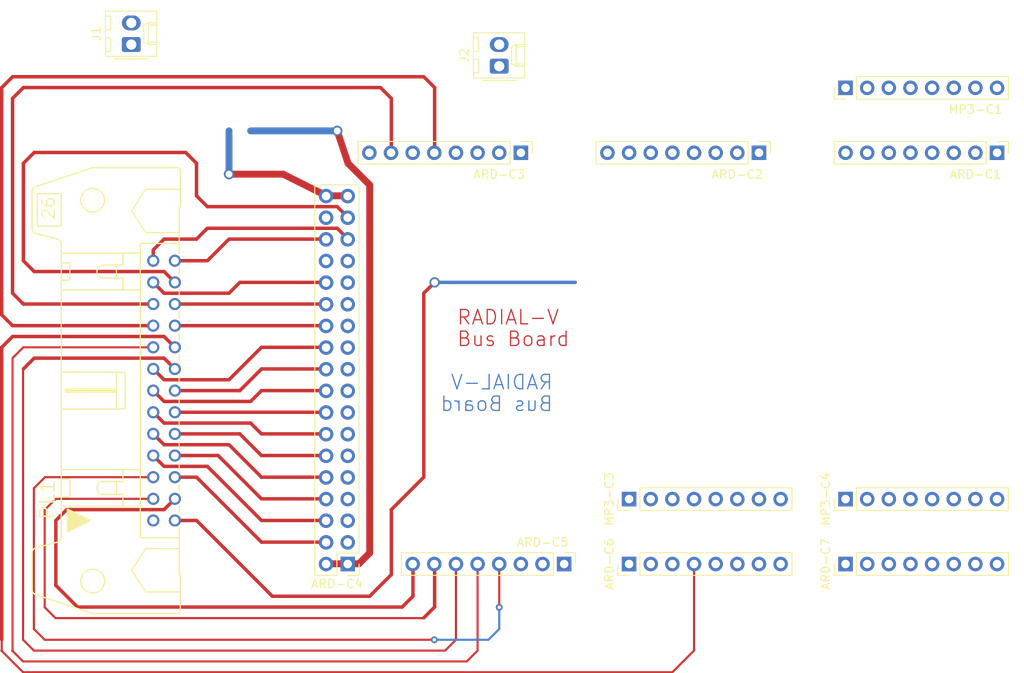
<source format=kicad_pcb>
(kicad_pcb (version 20171130) (host pcbnew "(5.1.5)-3")

  (general
    (thickness 1.6)
    (drawings 4)
    (tracks 154)
    (zones 0)
    (modules 13)
    (nets 93)
  )

  (page A4)
  (title_block
    (title "RADIAL-V : Bus Board")
    (date 2020-01-19)
    (rev 2)
    (company David)
  )

  (layers
    (0 Top signal)
    (31 Bottom signal)
    (32 B.Adhes user)
    (33 F.Adhes user)
    (34 B.Paste user)
    (35 F.Paste user)
    (36 B.SilkS user)
    (37 F.SilkS user)
    (38 B.Mask user)
    (39 F.Mask user)
    (40 Dwgs.User user)
    (41 Cmts.User user)
    (42 Eco1.User user)
    (43 Eco2.User user)
    (44 Edge.Cuts user)
    (45 Margin user)
    (46 B.CrtYd user)
    (47 F.CrtYd user)
    (48 B.Fab user)
    (49 F.Fab user)
  )

  (setup
    (last_trace_width 0.25)
    (trace_clearance 0.2)
    (zone_clearance 0.508)
    (zone_45_only no)
    (trace_min 0.2)
    (via_size 0.8)
    (via_drill 0.4)
    (via_min_size 0.4)
    (via_min_drill 0.3)
    (uvia_size 0.3)
    (uvia_drill 0.1)
    (uvias_allowed no)
    (uvia_min_size 0.2)
    (uvia_min_drill 0.1)
    (edge_width 0.05)
    (segment_width 0.2)
    (pcb_text_width 0.3)
    (pcb_text_size 1.5 1.5)
    (mod_edge_width 0.12)
    (mod_text_size 1 1)
    (mod_text_width 0.15)
    (pad_size 1.524 1.524)
    (pad_drill 0.762)
    (pad_to_mask_clearance 0.051)
    (solder_mask_min_width 0.25)
    (aux_axis_origin 0 0)
    (visible_elements 7FFFFFFF)
    (pcbplotparams
      (layerselection 0x010fc_ffffffff)
      (usegerberextensions false)
      (usegerberattributes false)
      (usegerberadvancedattributes false)
      (creategerberjobfile false)
      (excludeedgelayer true)
      (linewidth 0.100000)
      (plotframeref false)
      (viasonmask false)
      (mode 1)
      (useauxorigin false)
      (hpglpennumber 1)
      (hpglpenspeed 20)
      (hpglpendiameter 15.000000)
      (psnegative false)
      (psa4output false)
      (plotreference true)
      (plotvalue true)
      (plotinvisibletext false)
      (padsonsilk false)
      (subtractmaskfromsilk false)
      (outputformat 1)
      (mirror false)
      (drillshape 1)
      (scaleselection 1)
      (outputdirectory ""))
  )

  (net 0 "")
  (net 1 /GND-ARD)
  (net 2 /D51-MOSI)
  (net 3 /D52-SCLK)
  (net 4 /D50-MISO)
  (net 5 /D47)
  (net 6 /D45)
  (net 7 /D43)
  (net 8 /D41)
  (net 9 /D39)
  (net 10 /D37)
  (net 11 /D35)
  (net 12 /D33)
  (net 13 /D31)
  (net 14 /D29)
  (net 15 /D27)
  (net 16 /D25)
  (net 17 /D23)
  (net 18 /5V)
  (net 19 /A14)
  (net 20 /A12)
  (net 21 /SCL)
  (net 22 /SDA)
  (net 23 /D19)
  (net 24 /D18)
  (net 25 /D3)
  (net 26 /3V3)
  (net 27 "Net-(PL1-Pad2)")
  (net 28 "Net-(ARD-C1-Pad8)")
  (net 29 /GND)
  (net 30 /RESET)
  (net 31 "Net-(ARD-C1-Pad2)")
  (net 32 "Net-(ARD-C1-Pad1)")
  (net 33 "Net-(ARD-C2-Pad8)")
  (net 34 "Net-(ARD-C2-Pad7)")
  (net 35 "Net-(ARD-C2-Pad6)")
  (net 36 "Net-(ARD-C2-Pad5)")
  (net 37 "Net-(ARD-C2-Pad4)")
  (net 38 "Net-(ARD-C2-Pad3)")
  (net 39 "Net-(ARD-C2-Pad2)")
  (net 40 "Net-(ARD-C2-Pad1)")
  (net 41 "Net-(ARD-C3-Pad8)")
  (net 42 "Net-(ARD-C3-Pad3)")
  (net 43 "Net-(ARD-C3-Pad2)")
  (net 44 "Net-(ARD-C3-Pad1)")
  (net 45 "Net-(ARD-C4-Pad34)")
  (net 46 "Net-(ARD-C4-Pad30)")
  (net 47 "Net-(ARD-C4-Pad29)")
  (net 48 "Net-(ARD-C4-Pad27)")
  (net 49 "Net-(ARD-C4-Pad25)")
  (net 50 "Net-(ARD-C4-Pad23)")
  (net 51 "Net-(ARD-C4-Pad21)")
  (net 52 "Net-(ARD-C4-Pad19)")
  (net 53 "Net-(ARD-C4-Pad17)")
  (net 54 "Net-(ARD-C4-Pad15)")
  (net 55 "Net-(ARD-C4-Pad13)")
  (net 56 "Net-(ARD-C4-Pad11)")
  (net 57 "Net-(ARD-C4-Pad9)")
  (net 58 "Net-(ARD-C4-Pad7)")
  (net 59 "Net-(ARD-C4-Pad5)")
  (net 60 "Net-(ARD-C4-Pad3)")
  (net 61 /D17)
  (net 62 "Net-(ARD-C5-Pad3)")
  (net 63 "Net-(ARD-C5-Pad2)")
  (net 64 "Net-(ARD-C5-Pad1)")
  (net 65 /MP3-DCS)
  (net 66 /MP3-CS)
  (net 67 "Net-(ARD-C6-Pad6)")
  (net 68 /GPIO1)
  (net 69 /MP3-DREQ)
  (net 70 "Net-(ARD-C6-Pad2)")
  (net 71 "Net-(ARD-C6-Pad1)")
  (net 72 "Net-(ARD-C7-Pad8)")
  (net 73 "Net-(ARD-C7-Pad6)")
  (net 74 "Net-(ARD-C7-Pad5)")
  (net 75 "Net-(ARD-C7-Pad4)")
  (net 76 "Net-(ARD-C7-Pad3)")
  (net 77 "Net-(ARD-C7-Pad2)")
  (net 78 "Net-(ARD-C7-Pad1)")
  (net 79 "Net-(MP3-C1-Pad8)")
  (net 80 "Net-(MP3-C1-Pad7)")
  (net 81 "Net-(MP3-C1-Pad6)")
  (net 82 "Net-(MP3-C1-Pad5)")
  (net 83 "Net-(MP3-C1-Pad2)")
  (net 84 "Net-(MP3-C1-Pad1)")
  (net 85 "Net-(MP3-C3-Pad6)")
  (net 86 "Net-(MP3-C3-Pad4)")
  (net 87 "Net-(MP3-C3-Pad2)")
  (net 88 "Net-(MP3-C3-Pad1)")
  (net 89 "Net-(MP3-C4-Pad8)")
  (net 90 "Net-(MP3-C4-Pad3)")
  (net 91 "Net-(ARD-C3-Pad6)")
  (net 92 "Net-(ARD-C3-Pad4)")

  (net_class Default "This is the default net class."
    (clearance 0.2)
    (trace_width 0.25)
    (via_dia 0.8)
    (via_drill 0.4)
    (uvia_dia 0.3)
    (uvia_drill 0.1)
    (add_net /3V3)
    (add_net /5V)
    (add_net /A12)
    (add_net /A14)
    (add_net /D17)
    (add_net /D18)
    (add_net /D19)
    (add_net /D23)
    (add_net /D25)
    (add_net /D27)
    (add_net /D29)
    (add_net /D3)
    (add_net /D31)
    (add_net /D33)
    (add_net /D35)
    (add_net /D37)
    (add_net /D39)
    (add_net /D41)
    (add_net /D43)
    (add_net /D45)
    (add_net /D47)
    (add_net /D50-MISO)
    (add_net /D51-MOSI)
    (add_net /D52-SCLK)
    (add_net /GND)
    (add_net /GND-ARD)
    (add_net /GPIO1)
    (add_net /MP3-CS)
    (add_net /MP3-DCS)
    (add_net /MP3-DREQ)
    (add_net /RESET)
    (add_net /SCL)
    (add_net /SDA)
    (add_net "Net-(ARD-C1-Pad1)")
    (add_net "Net-(ARD-C1-Pad2)")
    (add_net "Net-(ARD-C1-Pad8)")
    (add_net "Net-(ARD-C2-Pad1)")
    (add_net "Net-(ARD-C2-Pad2)")
    (add_net "Net-(ARD-C2-Pad3)")
    (add_net "Net-(ARD-C2-Pad4)")
    (add_net "Net-(ARD-C2-Pad5)")
    (add_net "Net-(ARD-C2-Pad6)")
    (add_net "Net-(ARD-C2-Pad7)")
    (add_net "Net-(ARD-C2-Pad8)")
    (add_net "Net-(ARD-C3-Pad1)")
    (add_net "Net-(ARD-C3-Pad2)")
    (add_net "Net-(ARD-C3-Pad3)")
    (add_net "Net-(ARD-C3-Pad4)")
    (add_net "Net-(ARD-C3-Pad6)")
    (add_net "Net-(ARD-C3-Pad8)")
    (add_net "Net-(ARD-C4-Pad11)")
    (add_net "Net-(ARD-C4-Pad13)")
    (add_net "Net-(ARD-C4-Pad15)")
    (add_net "Net-(ARD-C4-Pad17)")
    (add_net "Net-(ARD-C4-Pad19)")
    (add_net "Net-(ARD-C4-Pad21)")
    (add_net "Net-(ARD-C4-Pad23)")
    (add_net "Net-(ARD-C4-Pad25)")
    (add_net "Net-(ARD-C4-Pad27)")
    (add_net "Net-(ARD-C4-Pad29)")
    (add_net "Net-(ARD-C4-Pad3)")
    (add_net "Net-(ARD-C4-Pad30)")
    (add_net "Net-(ARD-C4-Pad34)")
    (add_net "Net-(ARD-C4-Pad5)")
    (add_net "Net-(ARD-C4-Pad7)")
    (add_net "Net-(ARD-C4-Pad9)")
    (add_net "Net-(ARD-C5-Pad1)")
    (add_net "Net-(ARD-C5-Pad2)")
    (add_net "Net-(ARD-C5-Pad3)")
    (add_net "Net-(ARD-C6-Pad1)")
    (add_net "Net-(ARD-C6-Pad2)")
    (add_net "Net-(ARD-C6-Pad6)")
    (add_net "Net-(ARD-C7-Pad1)")
    (add_net "Net-(ARD-C7-Pad2)")
    (add_net "Net-(ARD-C7-Pad3)")
    (add_net "Net-(ARD-C7-Pad4)")
    (add_net "Net-(ARD-C7-Pad5)")
    (add_net "Net-(ARD-C7-Pad6)")
    (add_net "Net-(ARD-C7-Pad8)")
    (add_net "Net-(MP3-C1-Pad1)")
    (add_net "Net-(MP3-C1-Pad2)")
    (add_net "Net-(MP3-C1-Pad5)")
    (add_net "Net-(MP3-C1-Pad6)")
    (add_net "Net-(MP3-C1-Pad7)")
    (add_net "Net-(MP3-C1-Pad8)")
    (add_net "Net-(MP3-C3-Pad1)")
    (add_net "Net-(MP3-C3-Pad2)")
    (add_net "Net-(MP3-C3-Pad4)")
    (add_net "Net-(MP3-C3-Pad6)")
    (add_net "Net-(MP3-C4-Pad3)")
    (add_net "Net-(MP3-C4-Pad8)")
    (add_net "Net-(PL1-Pad2)")
  )

  (module Connector_PinHeader_2.54mm:PinHeader_1x08_P2.54mm_Vertical (layer Top) (tedit 59FED5CC) (tstamp 5E24E8A2)
    (at 93.98 93.98 270)
    (descr "Through hole straight pin header, 1x08, 2.54mm pitch, single row")
    (tags "Through hole pin header THT 1x08 2.54mm single row")
    (path /5E33688A)
    (fp_text reference ARD-C5 (at -2.54 2.54 180) (layer F.SilkS)
      (effects (font (size 1 1) (thickness 0.15)))
    )
    (fp_text value D21-D14 (at -2.54 15.24 180) (layer F.Fab)
      (effects (font (size 1 1) (thickness 0.15)))
    )
    (fp_text user %R (at 0 8.89) (layer F.Fab)
      (effects (font (size 1 1) (thickness 0.15)))
    )
    (fp_line (start 1.8 -1.8) (end -1.8 -1.8) (layer F.CrtYd) (width 0.05))
    (fp_line (start 1.8 19.55) (end 1.8 -1.8) (layer F.CrtYd) (width 0.05))
    (fp_line (start -1.8 19.55) (end 1.8 19.55) (layer F.CrtYd) (width 0.05))
    (fp_line (start -1.8 -1.8) (end -1.8 19.55) (layer F.CrtYd) (width 0.05))
    (fp_line (start -1.33 -1.33) (end 0 -1.33) (layer F.SilkS) (width 0.12))
    (fp_line (start -1.33 0) (end -1.33 -1.33) (layer F.SilkS) (width 0.12))
    (fp_line (start -1.33 1.27) (end 1.33 1.27) (layer F.SilkS) (width 0.12))
    (fp_line (start 1.33 1.27) (end 1.33 19.11) (layer F.SilkS) (width 0.12))
    (fp_line (start -1.33 1.27) (end -1.33 19.11) (layer F.SilkS) (width 0.12))
    (fp_line (start -1.33 19.11) (end 1.33 19.11) (layer F.SilkS) (width 0.12))
    (fp_line (start -1.27 -0.635) (end -0.635 -1.27) (layer F.Fab) (width 0.1))
    (fp_line (start -1.27 19.05) (end -1.27 -0.635) (layer F.Fab) (width 0.1))
    (fp_line (start 1.27 19.05) (end -1.27 19.05) (layer F.Fab) (width 0.1))
    (fp_line (start 1.27 -1.27) (end 1.27 19.05) (layer F.Fab) (width 0.1))
    (fp_line (start -0.635 -1.27) (end 1.27 -1.27) (layer F.Fab) (width 0.1))
    (pad 8 thru_hole oval (at 0 17.78 270) (size 1.7 1.7) (drill 1) (layers *.Cu *.Mask)
      (net 21 /SCL))
    (pad 7 thru_hole oval (at 0 15.24 270) (size 1.7 1.7) (drill 1) (layers *.Cu *.Mask)
      (net 22 /SDA))
    (pad 6 thru_hole oval (at 0 12.7 270) (size 1.7 1.7) (drill 1) (layers *.Cu *.Mask)
      (net 23 /D19))
    (pad 5 thru_hole oval (at 0 10.16 270) (size 1.7 1.7) (drill 1) (layers *.Cu *.Mask)
      (net 24 /D18))
    (pad 4 thru_hole oval (at 0 7.62 270) (size 1.7 1.7) (drill 1) (layers *.Cu *.Mask)
      (net 61 /D17))
    (pad 3 thru_hole oval (at 0 5.08 270) (size 1.7 1.7) (drill 1) (layers *.Cu *.Mask)
      (net 62 "Net-(ARD-C5-Pad3)"))
    (pad 2 thru_hole oval (at 0 2.54 270) (size 1.7 1.7) (drill 1) (layers *.Cu *.Mask)
      (net 63 "Net-(ARD-C5-Pad2)"))
    (pad 1 thru_hole rect (at 0 0 270) (size 1.7 1.7) (drill 1) (layers *.Cu *.Mask)
      (net 64 "Net-(ARD-C5-Pad1)"))
    (model ${KISYS3DMOD}/Connector_PinHeader_2.54mm.3dshapes/PinHeader_1x08_P2.54mm_Vertical.wrl
      (at (xyz 0 0 0))
      (scale (xyz 1 1 1))
      (rotate (xyz 0 0 0))
    )
  )

  (module Connector_PinHeader_2.54mm:PinHeader_2x18_P2.54mm_Vertical (layer Top) (tedit 59FED5CC) (tstamp 5E24E09A)
    (at 68.58 93.98 180)
    (descr "Through hole straight pin header, 2x18, 2.54mm pitch, double rows")
    (tags "Through hole pin header THT 2x18 2.54mm double row")
    (path /5E5F46C1)
    (fp_text reference ARD-C4 (at 1.27 -2.33) (layer F.SilkS)
      (effects (font (size 1 1) (thickness 0.15)))
    )
    (fp_text value D22-D53 (at 1.27 45.51) (layer F.Fab)
      (effects (font (size 1 1) (thickness 0.15)))
    )
    (fp_text user %R (at 1.27 21.59 90) (layer F.Fab)
      (effects (font (size 1 1) (thickness 0.15)))
    )
    (fp_line (start 4.35 -1.8) (end -1.8 -1.8) (layer F.CrtYd) (width 0.05))
    (fp_line (start 4.35 44.95) (end 4.35 -1.8) (layer F.CrtYd) (width 0.05))
    (fp_line (start -1.8 44.95) (end 4.35 44.95) (layer F.CrtYd) (width 0.05))
    (fp_line (start -1.8 -1.8) (end -1.8 44.95) (layer F.CrtYd) (width 0.05))
    (fp_line (start -1.33 -1.33) (end 0 -1.33) (layer F.SilkS) (width 0.12))
    (fp_line (start -1.33 0) (end -1.33 -1.33) (layer F.SilkS) (width 0.12))
    (fp_line (start 1.27 -1.33) (end 3.87 -1.33) (layer F.SilkS) (width 0.12))
    (fp_line (start 1.27 1.27) (end 1.27 -1.33) (layer F.SilkS) (width 0.12))
    (fp_line (start -1.33 1.27) (end 1.27 1.27) (layer F.SilkS) (width 0.12))
    (fp_line (start 3.87 -1.33) (end 3.87 44.51) (layer F.SilkS) (width 0.12))
    (fp_line (start -1.33 1.27) (end -1.33 44.51) (layer F.SilkS) (width 0.12))
    (fp_line (start -1.33 44.51) (end 3.87 44.51) (layer F.SilkS) (width 0.12))
    (fp_line (start -1.27 0) (end 0 -1.27) (layer F.Fab) (width 0.1))
    (fp_line (start -1.27 44.45) (end -1.27 0) (layer F.Fab) (width 0.1))
    (fp_line (start 3.81 44.45) (end -1.27 44.45) (layer F.Fab) (width 0.1))
    (fp_line (start 3.81 -1.27) (end 3.81 44.45) (layer F.Fab) (width 0.1))
    (fp_line (start 0 -1.27) (end 3.81 -1.27) (layer F.Fab) (width 0.1))
    (pad 36 thru_hole oval (at 2.54 43.18 180) (size 1.7 1.7) (drill 1) (layers *.Cu *.Mask)
      (net 1 /GND-ARD))
    (pad 35 thru_hole oval (at 0 43.18 180) (size 1.7 1.7) (drill 1) (layers *.Cu *.Mask)
      (net 1 /GND-ARD))
    (pad 34 thru_hole oval (at 2.54 40.64 180) (size 1.7 1.7) (drill 1) (layers *.Cu *.Mask)
      (net 45 "Net-(ARD-C4-Pad34)"))
    (pad 33 thru_hole oval (at 0 40.64 180) (size 1.7 1.7) (drill 1) (layers *.Cu *.Mask)
      (net 3 /D52-SCLK))
    (pad 32 thru_hole oval (at 2.54 38.1 180) (size 1.7 1.7) (drill 1) (layers *.Cu *.Mask)
      (net 2 /D51-MOSI))
    (pad 31 thru_hole oval (at 0 38.1 180) (size 1.7 1.7) (drill 1) (layers *.Cu *.Mask)
      (net 4 /D50-MISO))
    (pad 30 thru_hole oval (at 2.54 35.56 180) (size 1.7 1.7) (drill 1) (layers *.Cu *.Mask)
      (net 46 "Net-(ARD-C4-Pad30)"))
    (pad 29 thru_hole oval (at 0 35.56 180) (size 1.7 1.7) (drill 1) (layers *.Cu *.Mask)
      (net 47 "Net-(ARD-C4-Pad29)"))
    (pad 28 thru_hole oval (at 2.54 33.02 180) (size 1.7 1.7) (drill 1) (layers *.Cu *.Mask)
      (net 5 /D47))
    (pad 27 thru_hole oval (at 0 33.02 180) (size 1.7 1.7) (drill 1) (layers *.Cu *.Mask)
      (net 48 "Net-(ARD-C4-Pad27)"))
    (pad 26 thru_hole oval (at 2.54 30.48 180) (size 1.7 1.7) (drill 1) (layers *.Cu *.Mask)
      (net 6 /D45))
    (pad 25 thru_hole oval (at 0 30.48 180) (size 1.7 1.7) (drill 1) (layers *.Cu *.Mask)
      (net 49 "Net-(ARD-C4-Pad25)"))
    (pad 24 thru_hole oval (at 2.54 27.94 180) (size 1.7 1.7) (drill 1) (layers *.Cu *.Mask)
      (net 7 /D43))
    (pad 23 thru_hole oval (at 0 27.94 180) (size 1.7 1.7) (drill 1) (layers *.Cu *.Mask)
      (net 50 "Net-(ARD-C4-Pad23)"))
    (pad 22 thru_hole oval (at 2.54 25.4 180) (size 1.7 1.7) (drill 1) (layers *.Cu *.Mask)
      (net 8 /D41))
    (pad 21 thru_hole oval (at 0 25.4 180) (size 1.7 1.7) (drill 1) (layers *.Cu *.Mask)
      (net 51 "Net-(ARD-C4-Pad21)"))
    (pad 20 thru_hole oval (at 2.54 22.86 180) (size 1.7 1.7) (drill 1) (layers *.Cu *.Mask)
      (net 9 /D39))
    (pad 19 thru_hole oval (at 0 22.86 180) (size 1.7 1.7) (drill 1) (layers *.Cu *.Mask)
      (net 52 "Net-(ARD-C4-Pad19)"))
    (pad 18 thru_hole oval (at 2.54 20.32 180) (size 1.7 1.7) (drill 1) (layers *.Cu *.Mask)
      (net 10 /D37))
    (pad 17 thru_hole oval (at 0 20.32 180) (size 1.7 1.7) (drill 1) (layers *.Cu *.Mask)
      (net 53 "Net-(ARD-C4-Pad17)"))
    (pad 16 thru_hole oval (at 2.54 17.78 180) (size 1.7 1.7) (drill 1) (layers *.Cu *.Mask)
      (net 11 /D35))
    (pad 15 thru_hole oval (at 0 17.78 180) (size 1.7 1.7) (drill 1) (layers *.Cu *.Mask)
      (net 54 "Net-(ARD-C4-Pad15)"))
    (pad 14 thru_hole oval (at 2.54 15.24 180) (size 1.7 1.7) (drill 1) (layers *.Cu *.Mask)
      (net 12 /D33))
    (pad 13 thru_hole oval (at 0 15.24 180) (size 1.7 1.7) (drill 1) (layers *.Cu *.Mask)
      (net 55 "Net-(ARD-C4-Pad13)"))
    (pad 12 thru_hole oval (at 2.54 12.7 180) (size 1.7 1.7) (drill 1) (layers *.Cu *.Mask)
      (net 13 /D31))
    (pad 11 thru_hole oval (at 0 12.7 180) (size 1.7 1.7) (drill 1) (layers *.Cu *.Mask)
      (net 56 "Net-(ARD-C4-Pad11)"))
    (pad 10 thru_hole oval (at 2.54 10.16 180) (size 1.7 1.7) (drill 1) (layers *.Cu *.Mask)
      (net 14 /D29))
    (pad 9 thru_hole oval (at 0 10.16 180) (size 1.7 1.7) (drill 1) (layers *.Cu *.Mask)
      (net 57 "Net-(ARD-C4-Pad9)"))
    (pad 8 thru_hole oval (at 2.54 7.62 180) (size 1.7 1.7) (drill 1) (layers *.Cu *.Mask)
      (net 15 /D27))
    (pad 7 thru_hole oval (at 0 7.62 180) (size 1.7 1.7) (drill 1) (layers *.Cu *.Mask)
      (net 58 "Net-(ARD-C4-Pad7)"))
    (pad 6 thru_hole oval (at 2.54 5.08 180) (size 1.7 1.7) (drill 1) (layers *.Cu *.Mask)
      (net 16 /D25))
    (pad 5 thru_hole oval (at 0 5.08 180) (size 1.7 1.7) (drill 1) (layers *.Cu *.Mask)
      (net 59 "Net-(ARD-C4-Pad5)"))
    (pad 4 thru_hole oval (at 2.54 2.54 180) (size 1.7 1.7) (drill 1) (layers *.Cu *.Mask)
      (net 17 /D23))
    (pad 3 thru_hole oval (at 0 2.54 180) (size 1.7 1.7) (drill 1) (layers *.Cu *.Mask)
      (net 60 "Net-(ARD-C4-Pad3)"))
    (pad 2 thru_hole oval (at 2.54 0 180) (size 1.7 1.7) (drill 1) (layers *.Cu *.Mask)
      (net 18 /5V))
    (pad 1 thru_hole rect (at 0 0 180) (size 1.7 1.7) (drill 1) (layers *.Cu *.Mask)
      (net 18 /5V))
    (model ${KISYS3DMOD}/Connector_PinHeader_2.54mm.3dshapes/PinHeader_2x18_P2.54mm_Vertical.wrl
      (at (xyz 0 0 0))
      (scale (xyz 1 1 1))
      (rotate (xyz 0 0 0))
    )
  )

  (module Connector_PinHeader_2.54mm:PinHeader_1x08_P2.54mm_Vertical (layer Top) (tedit 59FED5CC) (tstamp 5E24CDF9)
    (at 127 86.36 90)
    (descr "Through hole straight pin header, 1x08, 2.54mm pitch, single row")
    (tags "Through hole pin header THT 1x08 2.54mm single row")
    (path /5E4079B6)
    (fp_text reference MP3-C4 (at 0 -2.33 90) (layer F.SilkS)
      (effects (font (size 1 1) (thickness 0.15)))
    )
    (fp_text value COMMS (at 0 20.11 90) (layer F.Fab)
      (effects (font (size 1 1) (thickness 0.15)))
    )
    (fp_text user %R (at 3.44 10.16) (layer F.Fab)
      (effects (font (size 1 1) (thickness 0.15)))
    )
    (fp_line (start 1.8 -1.8) (end -1.8 -1.8) (layer F.CrtYd) (width 0.05))
    (fp_line (start 1.8 19.55) (end 1.8 -1.8) (layer F.CrtYd) (width 0.05))
    (fp_line (start -1.8 19.55) (end 1.8 19.55) (layer F.CrtYd) (width 0.05))
    (fp_line (start -1.8 -1.8) (end -1.8 19.55) (layer F.CrtYd) (width 0.05))
    (fp_line (start -1.33 -1.33) (end 0 -1.33) (layer F.SilkS) (width 0.12))
    (fp_line (start -1.33 0) (end -1.33 -1.33) (layer F.SilkS) (width 0.12))
    (fp_line (start -1.33 1.27) (end 1.33 1.27) (layer F.SilkS) (width 0.12))
    (fp_line (start 1.33 1.27) (end 1.33 19.11) (layer F.SilkS) (width 0.12))
    (fp_line (start -1.33 1.27) (end -1.33 19.11) (layer F.SilkS) (width 0.12))
    (fp_line (start -1.33 19.11) (end 1.33 19.11) (layer F.SilkS) (width 0.12))
    (fp_line (start -1.27 -0.635) (end -0.635 -1.27) (layer F.Fab) (width 0.1))
    (fp_line (start -1.27 19.05) (end -1.27 -0.635) (layer F.Fab) (width 0.1))
    (fp_line (start 1.27 19.05) (end -1.27 19.05) (layer F.Fab) (width 0.1))
    (fp_line (start 1.27 -1.27) (end 1.27 19.05) (layer F.Fab) (width 0.1))
    (fp_line (start -0.635 -1.27) (end 1.27 -1.27) (layer F.Fab) (width 0.1))
    (pad 8 thru_hole oval (at 0 17.78 90) (size 1.7 1.7) (drill 1) (layers *.Cu *.Mask)
      (net 89 "Net-(MP3-C4-Pad8)"))
    (pad 7 thru_hole oval (at 0 15.24 90) (size 1.7 1.7) (drill 1) (layers *.Cu *.Mask)
      (net 29 /GND))
    (pad 6 thru_hole oval (at 0 12.7 90) (size 1.7 1.7) (drill 1) (layers *.Cu *.Mask)
      (net 3 /D52-SCLK))
    (pad 5 thru_hole oval (at 0 10.16 90) (size 1.7 1.7) (drill 1) (layers *.Cu *.Mask)
      (net 4 /D50-MISO))
    (pad 4 thru_hole oval (at 0 7.62 90) (size 1.7 1.7) (drill 1) (layers *.Cu *.Mask)
      (net 2 /D51-MOSI))
    (pad 3 thru_hole oval (at 0 5.08 90) (size 1.7 1.7) (drill 1) (layers *.Cu *.Mask)
      (net 90 "Net-(MP3-C4-Pad3)"))
    (pad 2 thru_hole oval (at 0 2.54 90) (size 1.7 1.7) (drill 1) (layers *.Cu *.Mask)
      (net 77 "Net-(ARD-C7-Pad2)"))
    (pad 1 thru_hole rect (at 0 0 90) (size 1.7 1.7) (drill 1) (layers *.Cu *.Mask)
      (net 78 "Net-(ARD-C7-Pad1)"))
    (model ${KISYS3DMOD}/Connector_PinHeader_2.54mm.3dshapes/PinHeader_1x08_P2.54mm_Vertical.wrl
      (at (xyz 0 0 0))
      (scale (xyz 1 1 1))
      (rotate (xyz 0 0 0))
    )
  )

  (module Connector_PinHeader_2.54mm:PinHeader_1x08_P2.54mm_Vertical (layer Top) (tedit 59FED5CC) (tstamp 5E24CDDD)
    (at 101.6 86.36 90)
    (descr "Through hole straight pin header, 1x08, 2.54mm pitch, single row")
    (tags "Through hole pin header THT 1x08 2.54mm single row")
    (path /5E40624D)
    (fp_text reference MP3-C3 (at 0 -2.33 90) (layer F.SilkS)
      (effects (font (size 1 1) (thickness 0.15)))
    )
    (fp_text value I/O (at 0 20.11 90) (layer F.Fab)
      (effects (font (size 1 1) (thickness 0.15)))
    )
    (fp_text user %R (at 0 8.89) (layer F.Fab)
      (effects (font (size 1 1) (thickness 0.15)))
    )
    (fp_line (start 1.8 -1.8) (end -1.8 -1.8) (layer F.CrtYd) (width 0.05))
    (fp_line (start 1.8 19.55) (end 1.8 -1.8) (layer F.CrtYd) (width 0.05))
    (fp_line (start -1.8 19.55) (end 1.8 19.55) (layer F.CrtYd) (width 0.05))
    (fp_line (start -1.8 -1.8) (end -1.8 19.55) (layer F.CrtYd) (width 0.05))
    (fp_line (start -1.33 -1.33) (end 0 -1.33) (layer F.SilkS) (width 0.12))
    (fp_line (start -1.33 0) (end -1.33 -1.33) (layer F.SilkS) (width 0.12))
    (fp_line (start -1.33 1.27) (end 1.33 1.27) (layer F.SilkS) (width 0.12))
    (fp_line (start 1.33 1.27) (end 1.33 19.11) (layer F.SilkS) (width 0.12))
    (fp_line (start -1.33 1.27) (end -1.33 19.11) (layer F.SilkS) (width 0.12))
    (fp_line (start -1.33 19.11) (end 1.33 19.11) (layer F.SilkS) (width 0.12))
    (fp_line (start -1.27 -0.635) (end -0.635 -1.27) (layer F.Fab) (width 0.1))
    (fp_line (start -1.27 19.05) (end -1.27 -0.635) (layer F.Fab) (width 0.1))
    (fp_line (start 1.27 19.05) (end -1.27 19.05) (layer F.Fab) (width 0.1))
    (fp_line (start 1.27 -1.27) (end 1.27 19.05) (layer F.Fab) (width 0.1))
    (fp_line (start -0.635 -1.27) (end 1.27 -1.27) (layer F.Fab) (width 0.1))
    (pad 8 thru_hole oval (at 0 17.78 90) (size 1.7 1.7) (drill 1) (layers *.Cu *.Mask)
      (net 65 /MP3-DCS))
    (pad 7 thru_hole oval (at 0 15.24 90) (size 1.7 1.7) (drill 1) (layers *.Cu *.Mask)
      (net 66 /MP3-CS))
    (pad 6 thru_hole oval (at 0 12.7 90) (size 1.7 1.7) (drill 1) (layers *.Cu *.Mask)
      (net 85 "Net-(MP3-C3-Pad6)"))
    (pad 5 thru_hole oval (at 0 10.16 90) (size 1.7 1.7) (drill 1) (layers *.Cu *.Mask)
      (net 68 /GPIO1))
    (pad 4 thru_hole oval (at 0 7.62 90) (size 1.7 1.7) (drill 1) (layers *.Cu *.Mask)
      (net 86 "Net-(MP3-C3-Pad4)"))
    (pad 3 thru_hole oval (at 0 5.08 90) (size 1.7 1.7) (drill 1) (layers *.Cu *.Mask)
      (net 69 /MP3-DREQ))
    (pad 2 thru_hole oval (at 0 2.54 90) (size 1.7 1.7) (drill 1) (layers *.Cu *.Mask)
      (net 87 "Net-(MP3-C3-Pad2)"))
    (pad 1 thru_hole rect (at 0 0 90) (size 1.7 1.7) (drill 1) (layers *.Cu *.Mask)
      (net 88 "Net-(MP3-C3-Pad1)"))
    (model ${KISYS3DMOD}/Connector_PinHeader_2.54mm.3dshapes/PinHeader_1x08_P2.54mm_Vertical.wrl
      (at (xyz 0 0 0))
      (scale (xyz 1 1 1))
      (rotate (xyz 0 0 0))
    )
  )

  (module Connector_PinHeader_2.54mm:PinHeader_1x08_P2.54mm_Vertical (layer Top) (tedit 59FED5CC) (tstamp 5E24CDC1)
    (at 127 38.1 90)
    (descr "Through hole straight pin header, 1x08, 2.54mm pitch, single row")
    (tags "Through hole pin header THT 1x08 2.54mm single row")
    (path /5E588ECC)
    (fp_text reference MP3-C1 (at -2.54 15.24 180) (layer F.SilkS)
      (effects (font (size 1 1) (thickness 0.15)))
    )
    (fp_text value POWER (at 2.54 2.54 180) (layer F.Fab)
      (effects (font (size 1 1) (thickness 0.15)))
    )
    (fp_text user %R (at 2.54 15.24 180) (layer F.Fab)
      (effects (font (size 1 1) (thickness 0.15)))
    )
    (fp_line (start 1.8 -1.8) (end -1.8 -1.8) (layer F.CrtYd) (width 0.05))
    (fp_line (start 1.8 19.55) (end 1.8 -1.8) (layer F.CrtYd) (width 0.05))
    (fp_line (start -1.8 19.55) (end 1.8 19.55) (layer F.CrtYd) (width 0.05))
    (fp_line (start -1.8 -1.8) (end -1.8 19.55) (layer F.CrtYd) (width 0.05))
    (fp_line (start -1.33 -1.33) (end 0 -1.33) (layer F.SilkS) (width 0.12))
    (fp_line (start -1.33 0) (end -1.33 -1.33) (layer F.SilkS) (width 0.12))
    (fp_line (start -1.33 1.27) (end 1.33 1.27) (layer F.SilkS) (width 0.12))
    (fp_line (start 1.33 1.27) (end 1.33 19.11) (layer F.SilkS) (width 0.12))
    (fp_line (start -1.33 1.27) (end -1.33 19.11) (layer F.SilkS) (width 0.12))
    (fp_line (start -1.33 19.11) (end 1.33 19.11) (layer F.SilkS) (width 0.12))
    (fp_line (start -1.27 -0.635) (end -0.635 -1.27) (layer F.Fab) (width 0.1))
    (fp_line (start -1.27 19.05) (end -1.27 -0.635) (layer F.Fab) (width 0.1))
    (fp_line (start 1.27 19.05) (end -1.27 19.05) (layer F.Fab) (width 0.1))
    (fp_line (start 1.27 -1.27) (end 1.27 19.05) (layer F.Fab) (width 0.1))
    (fp_line (start -0.635 -1.27) (end 1.27 -1.27) (layer F.Fab) (width 0.1))
    (pad 8 thru_hole oval (at 0 17.78 90) (size 1.7 1.7) (drill 1) (layers *.Cu *.Mask)
      (net 79 "Net-(MP3-C1-Pad8)"))
    (pad 7 thru_hole oval (at 0 15.24 90) (size 1.7 1.7) (drill 1) (layers *.Cu *.Mask)
      (net 80 "Net-(MP3-C1-Pad7)"))
    (pad 6 thru_hole oval (at 0 12.7 90) (size 1.7 1.7) (drill 1) (layers *.Cu *.Mask)
      (net 81 "Net-(MP3-C1-Pad6)"))
    (pad 5 thru_hole oval (at 0 10.16 90) (size 1.7 1.7) (drill 1) (layers *.Cu *.Mask)
      (net 82 "Net-(MP3-C1-Pad5)"))
    (pad 4 thru_hole oval (at 0 7.62 90) (size 1.7 1.7) (drill 1) (layers *.Cu *.Mask)
      (net 18 /5V))
    (pad 3 thru_hole oval (at 0 5.08 90) (size 1.7 1.7) (drill 1) (layers *.Cu *.Mask)
      (net 29 /GND))
    (pad 2 thru_hole oval (at 0 2.54 90) (size 1.7 1.7) (drill 1) (layers *.Cu *.Mask)
      (net 83 "Net-(MP3-C1-Pad2)"))
    (pad 1 thru_hole rect (at 0 0 90) (size 1.7 1.7) (drill 1) (layers *.Cu *.Mask)
      (net 84 "Net-(MP3-C1-Pad1)"))
    (model ${KISYS3DMOD}/Connector_PinHeader_2.54mm.3dshapes/PinHeader_1x08_P2.54mm_Vertical.wrl
      (at (xyz 0 0 0))
      (scale (xyz 1 1 1))
      (rotate (xyz 0 0 0))
    )
  )

  (module Connector_Molex:Molex_KK-254_AE-6410-02A_1x02_P2.54mm_Vertical (layer Top) (tedit 5B78013E) (tstamp 5E24CDA5)
    (at 86.36 35.56 90)
    (descr "Molex KK-254 Interconnect System, old/engineering part number: AE-6410-02A example for new part number: 22-27-2021, 2 Pins (http://www.molex.com/pdm_docs/sd/022272021_sd.pdf), generated with kicad-footprint-generator")
    (tags "connector Molex KK-254 side entry")
    (path /5E2B59C0)
    (fp_text reference J2 (at 1.27 -4.12 90) (layer F.SilkS)
      (effects (font (size 1 1) (thickness 0.15)))
    )
    (fp_text value Conn_Reset (at 1.27 4.08 90) (layer F.Fab)
      (effects (font (size 1 1) (thickness 0.15)))
    )
    (fp_text user %R (at 1.27 -2.22 90) (layer F.Fab)
      (effects (font (size 1 1) (thickness 0.15)))
    )
    (fp_line (start 4.31 -3.42) (end -1.77 -3.42) (layer F.CrtYd) (width 0.05))
    (fp_line (start 4.31 3.38) (end 4.31 -3.42) (layer F.CrtYd) (width 0.05))
    (fp_line (start -1.77 3.38) (end 4.31 3.38) (layer F.CrtYd) (width 0.05))
    (fp_line (start -1.77 -3.42) (end -1.77 3.38) (layer F.CrtYd) (width 0.05))
    (fp_line (start 3.34 -2.43) (end 3.34 -3.03) (layer F.SilkS) (width 0.12))
    (fp_line (start 1.74 -2.43) (end 3.34 -2.43) (layer F.SilkS) (width 0.12))
    (fp_line (start 1.74 -3.03) (end 1.74 -2.43) (layer F.SilkS) (width 0.12))
    (fp_line (start 0.8 -2.43) (end 0.8 -3.03) (layer F.SilkS) (width 0.12))
    (fp_line (start -0.8 -2.43) (end 0.8 -2.43) (layer F.SilkS) (width 0.12))
    (fp_line (start -0.8 -3.03) (end -0.8 -2.43) (layer F.SilkS) (width 0.12))
    (fp_line (start 2.29 2.99) (end 2.29 1.99) (layer F.SilkS) (width 0.12))
    (fp_line (start 0.25 2.99) (end 0.25 1.99) (layer F.SilkS) (width 0.12))
    (fp_line (start 2.29 1.46) (end 2.54 1.99) (layer F.SilkS) (width 0.12))
    (fp_line (start 0.25 1.46) (end 2.29 1.46) (layer F.SilkS) (width 0.12))
    (fp_line (start 0 1.99) (end 0.25 1.46) (layer F.SilkS) (width 0.12))
    (fp_line (start 2.54 1.99) (end 2.54 2.99) (layer F.SilkS) (width 0.12))
    (fp_line (start 0 1.99) (end 2.54 1.99) (layer F.SilkS) (width 0.12))
    (fp_line (start 0 2.99) (end 0 1.99) (layer F.SilkS) (width 0.12))
    (fp_line (start -0.562893 0) (end -1.27 0.5) (layer F.Fab) (width 0.1))
    (fp_line (start -1.27 -0.5) (end -0.562893 0) (layer F.Fab) (width 0.1))
    (fp_line (start -1.67 -2) (end -1.67 2) (layer F.SilkS) (width 0.12))
    (fp_line (start 3.92 -3.03) (end -1.38 -3.03) (layer F.SilkS) (width 0.12))
    (fp_line (start 3.92 2.99) (end 3.92 -3.03) (layer F.SilkS) (width 0.12))
    (fp_line (start -1.38 2.99) (end 3.92 2.99) (layer F.SilkS) (width 0.12))
    (fp_line (start -1.38 -3.03) (end -1.38 2.99) (layer F.SilkS) (width 0.12))
    (fp_line (start 3.81 -2.92) (end -1.27 -2.92) (layer F.Fab) (width 0.1))
    (fp_line (start 3.81 2.88) (end 3.81 -2.92) (layer F.Fab) (width 0.1))
    (fp_line (start -1.27 2.88) (end 3.81 2.88) (layer F.Fab) (width 0.1))
    (fp_line (start -1.27 -2.92) (end -1.27 2.88) (layer F.Fab) (width 0.1))
    (pad 2 thru_hole oval (at 2.54 0 90) (size 1.74 2.2) (drill 1.2) (layers *.Cu *.Mask)
      (net 30 /RESET))
    (pad 1 thru_hole roundrect (at 0 0 90) (size 1.74 2.2) (drill 1.2) (layers *.Cu *.Mask) (roundrect_rratio 0.143678)
      (net 29 /GND))
    (model ${KISYS3DMOD}/Connector_Molex.3dshapes/Molex_KK-254_AE-6410-02A_1x02_P2.54mm_Vertical.wrl
      (at (xyz 0 0 0))
      (scale (xyz 1 1 1))
      (rotate (xyz 0 0 0))
    )
  )

  (module Connector_Molex:Molex_KK-254_AE-6410-02A_1x02_P2.54mm_Vertical (layer Top) (tedit 5B78013E) (tstamp 5E24CD81)
    (at 43.18 33.02 90)
    (descr "Molex KK-254 Interconnect System, old/engineering part number: AE-6410-02A example for new part number: 22-27-2021, 2 Pins (http://www.molex.com/pdm_docs/sd/022272021_sd.pdf), generated with kicad-footprint-generator")
    (tags "connector Molex KK-254 side entry")
    (path /5E4E56BA)
    (fp_text reference J1 (at 1.27 -4.12 90) (layer F.SilkS)
      (effects (font (size 1 1) (thickness 0.15)))
    )
    (fp_text value Conn_Alim (at 1.27 4.08 90) (layer F.Fab)
      (effects (font (size 1 1) (thickness 0.15)))
    )
    (fp_text user %R (at 1.27 -2.22 90) (layer F.Fab)
      (effects (font (size 1 1) (thickness 0.15)))
    )
    (fp_line (start 4.31 -3.42) (end -1.77 -3.42) (layer F.CrtYd) (width 0.05))
    (fp_line (start 4.31 3.38) (end 4.31 -3.42) (layer F.CrtYd) (width 0.05))
    (fp_line (start -1.77 3.38) (end 4.31 3.38) (layer F.CrtYd) (width 0.05))
    (fp_line (start -1.77 -3.42) (end -1.77 3.38) (layer F.CrtYd) (width 0.05))
    (fp_line (start 3.34 -2.43) (end 3.34 -3.03) (layer F.SilkS) (width 0.12))
    (fp_line (start 1.74 -2.43) (end 3.34 -2.43) (layer F.SilkS) (width 0.12))
    (fp_line (start 1.74 -3.03) (end 1.74 -2.43) (layer F.SilkS) (width 0.12))
    (fp_line (start 0.8 -2.43) (end 0.8 -3.03) (layer F.SilkS) (width 0.12))
    (fp_line (start -0.8 -2.43) (end 0.8 -2.43) (layer F.SilkS) (width 0.12))
    (fp_line (start -0.8 -3.03) (end -0.8 -2.43) (layer F.SilkS) (width 0.12))
    (fp_line (start 2.29 2.99) (end 2.29 1.99) (layer F.SilkS) (width 0.12))
    (fp_line (start 0.25 2.99) (end 0.25 1.99) (layer F.SilkS) (width 0.12))
    (fp_line (start 2.29 1.46) (end 2.54 1.99) (layer F.SilkS) (width 0.12))
    (fp_line (start 0.25 1.46) (end 2.29 1.46) (layer F.SilkS) (width 0.12))
    (fp_line (start 0 1.99) (end 0.25 1.46) (layer F.SilkS) (width 0.12))
    (fp_line (start 2.54 1.99) (end 2.54 2.99) (layer F.SilkS) (width 0.12))
    (fp_line (start 0 1.99) (end 2.54 1.99) (layer F.SilkS) (width 0.12))
    (fp_line (start 0 2.99) (end 0 1.99) (layer F.SilkS) (width 0.12))
    (fp_line (start -0.562893 0) (end -1.27 0.5) (layer F.Fab) (width 0.1))
    (fp_line (start -1.27 -0.5) (end -0.562893 0) (layer F.Fab) (width 0.1))
    (fp_line (start -1.67 -2) (end -1.67 2) (layer F.SilkS) (width 0.12))
    (fp_line (start 3.92 -3.03) (end -1.38 -3.03) (layer F.SilkS) (width 0.12))
    (fp_line (start 3.92 2.99) (end 3.92 -3.03) (layer F.SilkS) (width 0.12))
    (fp_line (start -1.38 2.99) (end 3.92 2.99) (layer F.SilkS) (width 0.12))
    (fp_line (start -1.38 -3.03) (end -1.38 2.99) (layer F.SilkS) (width 0.12))
    (fp_line (start 3.81 -2.92) (end -1.27 -2.92) (layer F.Fab) (width 0.1))
    (fp_line (start 3.81 2.88) (end 3.81 -2.92) (layer F.Fab) (width 0.1))
    (fp_line (start -1.27 2.88) (end 3.81 2.88) (layer F.Fab) (width 0.1))
    (fp_line (start -1.27 -2.92) (end -1.27 2.88) (layer F.Fab) (width 0.1))
    (pad 2 thru_hole oval (at 2.54 0 90) (size 1.74 2.2) (drill 1.2) (layers *.Cu *.Mask)
      (net 18 /5V))
    (pad 1 thru_hole roundrect (at 0 0 90) (size 1.74 2.2) (drill 1.2) (layers *.Cu *.Mask) (roundrect_rratio 0.143678)
      (net 1 /GND-ARD))
    (model ${KISYS3DMOD}/Connector_Molex.3dshapes/Molex_KK-254_AE-6410-02A_1x02_P2.54mm_Vertical.wrl
      (at (xyz 0 0 0))
      (scale (xyz 1 1 1))
      (rotate (xyz 0 0 0))
    )
  )

  (module Connector_PinHeader_2.54mm:PinHeader_1x08_P2.54mm_Vertical (layer Top) (tedit 59FED5CC) (tstamp 5E24CD5D)
    (at 127 93.98 90)
    (descr "Through hole straight pin header, 1x08, 2.54mm pitch, single row")
    (tags "Through hole pin header THT 1x08 2.54mm single row")
    (path /5E3DA56A)
    (fp_text reference ARD-C7 (at 0 -2.33 90) (layer F.SilkS)
      (effects (font (size 1 1) (thickness 0.15)))
    )
    (fp_text value D8-D13 (at 0 20.11 90) (layer F.Fab)
      (effects (font (size 1 1) (thickness 0.15)))
    )
    (fp_text user %R (at -2.93 10.16) (layer F.Fab)
      (effects (font (size 1 1) (thickness 0.15)))
    )
    (fp_line (start 1.8 -1.8) (end -1.8 -1.8) (layer F.CrtYd) (width 0.05))
    (fp_line (start 1.8 19.55) (end 1.8 -1.8) (layer F.CrtYd) (width 0.05))
    (fp_line (start -1.8 19.55) (end 1.8 19.55) (layer F.CrtYd) (width 0.05))
    (fp_line (start -1.8 -1.8) (end -1.8 19.55) (layer F.CrtYd) (width 0.05))
    (fp_line (start -1.33 -1.33) (end 0 -1.33) (layer F.SilkS) (width 0.12))
    (fp_line (start -1.33 0) (end -1.33 -1.33) (layer F.SilkS) (width 0.12))
    (fp_line (start -1.33 1.27) (end 1.33 1.27) (layer F.SilkS) (width 0.12))
    (fp_line (start 1.33 1.27) (end 1.33 19.11) (layer F.SilkS) (width 0.12))
    (fp_line (start -1.33 1.27) (end -1.33 19.11) (layer F.SilkS) (width 0.12))
    (fp_line (start -1.33 19.11) (end 1.33 19.11) (layer F.SilkS) (width 0.12))
    (fp_line (start -1.27 -0.635) (end -0.635 -1.27) (layer F.Fab) (width 0.1))
    (fp_line (start -1.27 19.05) (end -1.27 -0.635) (layer F.Fab) (width 0.1))
    (fp_line (start 1.27 19.05) (end -1.27 19.05) (layer F.Fab) (width 0.1))
    (fp_line (start 1.27 -1.27) (end 1.27 19.05) (layer F.Fab) (width 0.1))
    (fp_line (start -0.635 -1.27) (end 1.27 -1.27) (layer F.Fab) (width 0.1))
    (pad 8 thru_hole oval (at 0 17.78 90) (size 1.7 1.7) (drill 1) (layers *.Cu *.Mask)
      (net 72 "Net-(ARD-C7-Pad8)"))
    (pad 7 thru_hole oval (at 0 15.24 90) (size 1.7 1.7) (drill 1) (layers *.Cu *.Mask)
      (net 29 /GND))
    (pad 6 thru_hole oval (at 0 12.7 90) (size 1.7 1.7) (drill 1) (layers *.Cu *.Mask)
      (net 73 "Net-(ARD-C7-Pad6)"))
    (pad 5 thru_hole oval (at 0 10.16 90) (size 1.7 1.7) (drill 1) (layers *.Cu *.Mask)
      (net 74 "Net-(ARD-C7-Pad5)"))
    (pad 4 thru_hole oval (at 0 7.62 90) (size 1.7 1.7) (drill 1) (layers *.Cu *.Mask)
      (net 75 "Net-(ARD-C7-Pad4)"))
    (pad 3 thru_hole oval (at 0 5.08 90) (size 1.7 1.7) (drill 1) (layers *.Cu *.Mask)
      (net 76 "Net-(ARD-C7-Pad3)"))
    (pad 2 thru_hole oval (at 0 2.54 90) (size 1.7 1.7) (drill 1) (layers *.Cu *.Mask)
      (net 77 "Net-(ARD-C7-Pad2)"))
    (pad 1 thru_hole rect (at 0 0 90) (size 1.7 1.7) (drill 1) (layers *.Cu *.Mask)
      (net 78 "Net-(ARD-C7-Pad1)"))
    (model ${KISYS3DMOD}/Connector_PinHeader_2.54mm.3dshapes/PinHeader_1x08_P2.54mm_Vertical.wrl
      (at (xyz 0 0 0))
      (scale (xyz 1 1 1))
      (rotate (xyz 0 0 0))
    )
  )

  (module Connector_PinHeader_2.54mm:PinHeader_1x08_P2.54mm_Vertical (layer Top) (tedit 59FED5CC) (tstamp 5E24CD41)
    (at 101.6 93.98 90)
    (descr "Through hole straight pin header, 1x08, 2.54mm pitch, single row")
    (tags "Through hole pin header THT 1x08 2.54mm single row")
    (path /5E337C9F)
    (fp_text reference ARD-C6 (at 0 -2.33 90) (layer F.SilkS)
      (effects (font (size 1 1) (thickness 0.15)))
    )
    (fp_text value D0-D7 (at 0 20.11 90) (layer F.Fab)
      (effects (font (size 1 1) (thickness 0.15)))
    )
    (fp_text user %R (at -2.54 15.24) (layer F.Fab)
      (effects (font (size 1 1) (thickness 0.15)))
    )
    (fp_line (start 1.8 -1.8) (end -1.8 -1.8) (layer F.CrtYd) (width 0.05))
    (fp_line (start 1.8 19.55) (end 1.8 -1.8) (layer F.CrtYd) (width 0.05))
    (fp_line (start -1.8 19.55) (end 1.8 19.55) (layer F.CrtYd) (width 0.05))
    (fp_line (start -1.8 -1.8) (end -1.8 19.55) (layer F.CrtYd) (width 0.05))
    (fp_line (start -1.33 -1.33) (end 0 -1.33) (layer F.SilkS) (width 0.12))
    (fp_line (start -1.33 0) (end -1.33 -1.33) (layer F.SilkS) (width 0.12))
    (fp_line (start -1.33 1.27) (end 1.33 1.27) (layer F.SilkS) (width 0.12))
    (fp_line (start 1.33 1.27) (end 1.33 19.11) (layer F.SilkS) (width 0.12))
    (fp_line (start -1.33 1.27) (end -1.33 19.11) (layer F.SilkS) (width 0.12))
    (fp_line (start -1.33 19.11) (end 1.33 19.11) (layer F.SilkS) (width 0.12))
    (fp_line (start -1.27 -0.635) (end -0.635 -1.27) (layer F.Fab) (width 0.1))
    (fp_line (start -1.27 19.05) (end -1.27 -0.635) (layer F.Fab) (width 0.1))
    (fp_line (start 1.27 19.05) (end -1.27 19.05) (layer F.Fab) (width 0.1))
    (fp_line (start 1.27 -1.27) (end 1.27 19.05) (layer F.Fab) (width 0.1))
    (fp_line (start -0.635 -1.27) (end 1.27 -1.27) (layer F.Fab) (width 0.1))
    (pad 8 thru_hole oval (at 0 17.78 90) (size 1.7 1.7) (drill 1) (layers *.Cu *.Mask)
      (net 65 /MP3-DCS))
    (pad 7 thru_hole oval (at 0 15.24 90) (size 1.7 1.7) (drill 1) (layers *.Cu *.Mask)
      (net 66 /MP3-CS))
    (pad 6 thru_hole oval (at 0 12.7 90) (size 1.7 1.7) (drill 1) (layers *.Cu *.Mask)
      (net 67 "Net-(ARD-C6-Pad6)"))
    (pad 5 thru_hole oval (at 0 10.16 90) (size 1.7 1.7) (drill 1) (layers *.Cu *.Mask)
      (net 68 /GPIO1))
    (pad 4 thru_hole oval (at 0 7.62 90) (size 1.7 1.7) (drill 1) (layers *.Cu *.Mask)
      (net 25 /D3))
    (pad 3 thru_hole oval (at 0 5.08 90) (size 1.7 1.7) (drill 1) (layers *.Cu *.Mask)
      (net 69 /MP3-DREQ))
    (pad 2 thru_hole oval (at 0 2.54 90) (size 1.7 1.7) (drill 1) (layers *.Cu *.Mask)
      (net 70 "Net-(ARD-C6-Pad2)"))
    (pad 1 thru_hole rect (at 0 0 90) (size 1.7 1.7) (drill 1) (layers *.Cu *.Mask)
      (net 71 "Net-(ARD-C6-Pad1)"))
    (model ${KISYS3DMOD}/Connector_PinHeader_2.54mm.3dshapes/PinHeader_1x08_P2.54mm_Vertical.wrl
      (at (xyz 0 0 0))
      (scale (xyz 1 1 1))
      (rotate (xyz 0 0 0))
    )
  )

  (module Connector_PinHeader_2.54mm:PinHeader_1x08_P2.54mm_Vertical (layer Top) (tedit 59FED5CC) (tstamp 5E254E7B)
    (at 88.9 45.72 270)
    (descr "Through hole straight pin header, 1x08, 2.54mm pitch, single row")
    (tags "Through hole pin header THT 1x08 2.54mm single row")
    (path /5E5F2EEE)
    (fp_text reference ARD-C3 (at 2.54 2.54 180) (layer F.SilkS)
      (effects (font (size 1 1) (thickness 0.15)))
    )
    (fp_text value A15-A8 (at -2.54 15.24) (layer F.Fab)
      (effects (font (size 1 1) (thickness 0.15)))
    )
    (fp_line (start 1.8 -1.8) (end -1.8 -1.8) (layer F.CrtYd) (width 0.05))
    (fp_line (start 1.8 19.55) (end 1.8 -1.8) (layer F.CrtYd) (width 0.05))
    (fp_line (start -1.8 19.55) (end 1.8 19.55) (layer F.CrtYd) (width 0.05))
    (fp_line (start -1.8 -1.8) (end -1.8 19.55) (layer F.CrtYd) (width 0.05))
    (fp_line (start -1.33 -1.33) (end 0 -1.33) (layer F.SilkS) (width 0.12))
    (fp_line (start -1.33 0) (end -1.33 -1.33) (layer F.SilkS) (width 0.12))
    (fp_line (start -1.33 1.27) (end 1.33 1.27) (layer F.SilkS) (width 0.12))
    (fp_line (start 1.33 1.27) (end 1.33 19.11) (layer F.SilkS) (width 0.12))
    (fp_line (start -1.33 1.27) (end -1.33 19.11) (layer F.SilkS) (width 0.12))
    (fp_line (start -1.33 19.11) (end 1.33 19.11) (layer F.SilkS) (width 0.12))
    (fp_line (start -1.27 -0.635) (end -0.635 -1.27) (layer F.Fab) (width 0.1))
    (fp_line (start -1.27 19.05) (end -1.27 -0.635) (layer F.Fab) (width 0.1))
    (fp_line (start 1.27 19.05) (end -1.27 19.05) (layer F.Fab) (width 0.1))
    (fp_line (start 1.27 -1.27) (end 1.27 19.05) (layer F.Fab) (width 0.1))
    (fp_line (start -0.635 -1.27) (end 1.27 -1.27) (layer F.Fab) (width 0.1))
    (pad 8 thru_hole oval (at 0 17.78 270) (size 1.7 1.7) (drill 1) (layers *.Cu *.Mask)
      (net 41 "Net-(ARD-C3-Pad8)"))
    (pad 7 thru_hole oval (at 0 15.24 270) (size 1.7 1.7) (drill 1) (layers *.Cu *.Mask)
      (net 19 /A14))
    (pad 6 thru_hole oval (at 0 12.7 270) (size 1.7 1.7) (drill 1) (layers *.Cu *.Mask)
      (net 91 "Net-(ARD-C3-Pad6)"))
    (pad 5 thru_hole oval (at 0 10.16 270) (size 1.7 1.7) (drill 1) (layers *.Cu *.Mask)
      (net 20 /A12))
    (pad 4 thru_hole oval (at 0 7.62 270) (size 1.7 1.7) (drill 1) (layers *.Cu *.Mask)
      (net 92 "Net-(ARD-C3-Pad4)"))
    (pad 3 thru_hole oval (at 0 5.08 270) (size 1.7 1.7) (drill 1) (layers *.Cu *.Mask)
      (net 42 "Net-(ARD-C3-Pad3)"))
    (pad 2 thru_hole oval (at 0 2.54 270) (size 1.7 1.7) (drill 1) (layers *.Cu *.Mask)
      (net 43 "Net-(ARD-C3-Pad2)"))
    (pad 1 thru_hole rect (at 0 0 270) (size 1.7 1.7) (drill 1) (layers *.Cu *.Mask)
      (net 44 "Net-(ARD-C3-Pad1)"))
    (model ${KISYS3DMOD}/Connector_PinHeader_2.54mm.3dshapes/PinHeader_1x08_P2.54mm_Vertical.wrl
      (at (xyz 0 0 0))
      (scale (xyz 1 1 1))
      (rotate (xyz 0 0 0))
    )
  )

  (module Connector_PinHeader_2.54mm:PinHeader_1x08_P2.54mm_Vertical (layer Top) (tedit 59FED5CC) (tstamp 5E24ED03)
    (at 116.84 45.72 270)
    (descr "Through hole straight pin header, 1x08, 2.54mm pitch, single row")
    (tags "Through hole pin header THT 1x08 2.54mm single row")
    (path /5E5F1F04)
    (fp_text reference ARD-C2 (at 2.54 2.54 180) (layer F.SilkS)
      (effects (font (size 1 1) (thickness 0.15)))
    )
    (fp_text value A7-A0 (at -2.54 15.24 180) (layer F.Fab)
      (effects (font (size 1 1) (thickness 0.15)))
    )
    (fp_text user %R (at -2.54 2.54) (layer F.Fab)
      (effects (font (size 1 1) (thickness 0.15)))
    )
    (fp_line (start 1.8 -1.8) (end -1.8 -1.8) (layer F.CrtYd) (width 0.05))
    (fp_line (start 1.8 19.55) (end 1.8 -1.8) (layer F.CrtYd) (width 0.05))
    (fp_line (start -1.8 19.55) (end 1.8 19.55) (layer F.CrtYd) (width 0.05))
    (fp_line (start -1.8 -1.8) (end -1.8 19.55) (layer F.CrtYd) (width 0.05))
    (fp_line (start -1.33 -1.33) (end 0 -1.33) (layer F.SilkS) (width 0.12))
    (fp_line (start -1.33 0) (end -1.33 -1.33) (layer F.SilkS) (width 0.12))
    (fp_line (start -1.33 1.27) (end 1.33 1.27) (layer F.SilkS) (width 0.12))
    (fp_line (start 1.33 1.27) (end 1.33 19.11) (layer F.SilkS) (width 0.12))
    (fp_line (start -1.33 1.27) (end -1.33 19.11) (layer F.SilkS) (width 0.12))
    (fp_line (start -1.33 19.11) (end 1.33 19.11) (layer F.SilkS) (width 0.12))
    (fp_line (start -1.27 -0.635) (end -0.635 -1.27) (layer F.Fab) (width 0.1))
    (fp_line (start -1.27 19.05) (end -1.27 -0.635) (layer F.Fab) (width 0.1))
    (fp_line (start 1.27 19.05) (end -1.27 19.05) (layer F.Fab) (width 0.1))
    (fp_line (start 1.27 -1.27) (end 1.27 19.05) (layer F.Fab) (width 0.1))
    (fp_line (start -0.635 -1.27) (end 1.27 -1.27) (layer F.Fab) (width 0.1))
    (pad 8 thru_hole oval (at 0 17.78 270) (size 1.7 1.7) (drill 1) (layers *.Cu *.Mask)
      (net 33 "Net-(ARD-C2-Pad8)"))
    (pad 7 thru_hole oval (at 0 15.24 270) (size 1.7 1.7) (drill 1) (layers *.Cu *.Mask)
      (net 34 "Net-(ARD-C2-Pad7)"))
    (pad 6 thru_hole oval (at 0 12.7 270) (size 1.7 1.7) (drill 1) (layers *.Cu *.Mask)
      (net 35 "Net-(ARD-C2-Pad6)"))
    (pad 5 thru_hole oval (at 0 10.16 270) (size 1.7 1.7) (drill 1) (layers *.Cu *.Mask)
      (net 36 "Net-(ARD-C2-Pad5)"))
    (pad 4 thru_hole oval (at 0 7.62 270) (size 1.7 1.7) (drill 1) (layers *.Cu *.Mask)
      (net 37 "Net-(ARD-C2-Pad4)"))
    (pad 3 thru_hole oval (at 0 5.08 270) (size 1.7 1.7) (drill 1) (layers *.Cu *.Mask)
      (net 38 "Net-(ARD-C2-Pad3)"))
    (pad 2 thru_hole oval (at 0 2.54 270) (size 1.7 1.7) (drill 1) (layers *.Cu *.Mask)
      (net 39 "Net-(ARD-C2-Pad2)"))
    (pad 1 thru_hole rect (at 0 0 270) (size 1.7 1.7) (drill 1) (layers *.Cu *.Mask)
      (net 40 "Net-(ARD-C2-Pad1)"))
    (model ${KISYS3DMOD}/Connector_PinHeader_2.54mm.3dshapes/PinHeader_1x08_P2.54mm_Vertical.wrl
      (at (xyz 0 0 0))
      (scale (xyz 1 1 1))
      (rotate (xyz 0 0 0))
    )
  )

  (module Connector_PinHeader_2.54mm:PinHeader_1x08_P2.54mm_Vertical (layer Top) (tedit 59FED5CC) (tstamp 5E2550DA)
    (at 144.78 45.72 270)
    (descr "Through hole straight pin header, 1x08, 2.54mm pitch, single row")
    (tags "Through hole pin header THT 1x08 2.54mm single row")
    (path /5E5E81E0)
    (fp_text reference ARD-C1 (at 2.54 2.54 180) (layer F.SilkS)
      (effects (font (size 1 1) (thickness 0.15)))
    )
    (fp_text value POWER (at -2.54 15.24 180) (layer F.Fab)
      (effects (font (size 1 1) (thickness 0.15)))
    )
    (fp_text user %R (at -2.54 2.54 180) (layer F.Fab)
      (effects (font (size 1 1) (thickness 0.15)))
    )
    (fp_line (start 1.8 -1.8) (end -1.8 -1.8) (layer F.CrtYd) (width 0.05))
    (fp_line (start 1.8 19.55) (end 1.8 -1.8) (layer F.CrtYd) (width 0.05))
    (fp_line (start -1.8 19.55) (end 1.8 19.55) (layer F.CrtYd) (width 0.05))
    (fp_line (start -1.8 -1.8) (end -1.8 19.55) (layer F.CrtYd) (width 0.05))
    (fp_line (start -1.33 -1.33) (end 0 -1.33) (layer F.SilkS) (width 0.12))
    (fp_line (start -1.33 0) (end -1.33 -1.33) (layer F.SilkS) (width 0.12))
    (fp_line (start -1.33 1.27) (end 1.33 1.27) (layer F.SilkS) (width 0.12))
    (fp_line (start 1.33 1.27) (end 1.33 19.11) (layer F.SilkS) (width 0.12))
    (fp_line (start -1.33 1.27) (end -1.33 19.11) (layer F.SilkS) (width 0.12))
    (fp_line (start -1.33 19.11) (end 1.33 19.11) (layer F.SilkS) (width 0.12))
    (fp_line (start -1.27 -0.635) (end -0.635 -1.27) (layer F.Fab) (width 0.1))
    (fp_line (start -1.27 19.05) (end -1.27 -0.635) (layer F.Fab) (width 0.1))
    (fp_line (start 1.27 19.05) (end -1.27 19.05) (layer F.Fab) (width 0.1))
    (fp_line (start 1.27 -1.27) (end 1.27 19.05) (layer F.Fab) (width 0.1))
    (fp_line (start -0.635 -1.27) (end 1.27 -1.27) (layer F.Fab) (width 0.1))
    (pad 8 thru_hole oval (at 0 17.78 270) (size 1.7 1.7) (drill 1) (layers *.Cu *.Mask)
      (net 28 "Net-(ARD-C1-Pad8)"))
    (pad 7 thru_hole oval (at 0 15.24 270) (size 1.7 1.7) (drill 1) (layers *.Cu *.Mask)
      (net 29 /GND))
    (pad 6 thru_hole oval (at 0 12.7 270) (size 1.7 1.7) (drill 1) (layers *.Cu *.Mask)
      (net 29 /GND))
    (pad 5 thru_hole oval (at 0 10.16 270) (size 1.7 1.7) (drill 1) (layers *.Cu *.Mask)
      (net 18 /5V))
    (pad 4 thru_hole oval (at 0 7.62 270) (size 1.7 1.7) (drill 1) (layers *.Cu *.Mask)
      (net 26 /3V3))
    (pad 3 thru_hole oval (at 0 5.08 270) (size 1.7 1.7) (drill 1) (layers *.Cu *.Mask)
      (net 30 /RESET))
    (pad 2 thru_hole oval (at 0 2.54 270) (size 1.7 1.7) (drill 1) (layers *.Cu *.Mask)
      (net 31 "Net-(ARD-C1-Pad2)"))
    (pad 1 thru_hole rect (at 0 0 270) (size 1.7 1.7) (drill 1) (layers *.Cu *.Mask)
      (net 32 "Net-(ARD-C1-Pad1)"))
    (model ${KISYS3DMOD}/Connector_PinHeader_2.54mm.3dshapes/PinHeader_1x08_P2.54mm_Vertical.wrl
      (at (xyz 0 0 0))
      (scale (xyz 1 1 1))
      (rotate (xyz 0 0 0))
    )
  )

  (module "Radial-V Bus:26H" (layer Top) (tedit 0) (tstamp 5E24C341)
    (at 47.0281 73.6296 90)
    (descr <b>CONNECTOR</b>)
    (path /7AA41272)
    (fp_text reference PL1 (at -15.2654 -12.7 90) (layer F.SilkS)
      (effects (font (size 1.6891 1.6891) (thickness 0.1778)) (justify left bottom))
    )
    (fp_text value "vers Ext. Board" (at -5.1054 -12.7 90) (layer F.Fab)
      (effects (font (size 1.6891 1.6891) (thickness 0.1778)) (justify left bottom))
    )
    (fp_poly (pts (xy -0.254 -5.588) (xy 0.254 -5.588) (xy 0.254 -11.43) (xy -0.254 -11.43)) (layer F.SilkS) (width 0))
    (fp_poly (pts (xy -15.367 -9.017) (xy -15.113 -9.017) (xy -15.113 -9.271) (xy -15.367 -9.271)) (layer F.SilkS) (width 0))
    (fp_poly (pts (xy -15.621 -9.271) (xy -14.859 -9.271) (xy -14.859 -9.779) (xy -15.621 -9.779)) (layer F.SilkS) (width 0))
    (fp_poly (pts (xy -15.875 -9.779) (xy -14.605 -9.779) (xy -14.605 -10.287) (xy -15.875 -10.287)) (layer F.SilkS) (width 0))
    (fp_poly (pts (xy -16.129 -10.287) (xy -14.351 -10.287) (xy -14.351 -10.795) (xy -16.129 -10.795)) (layer F.SilkS) (width 0))
    (fp_poly (pts (xy -16.383 -10.795) (xy -14.097 -10.795) (xy -14.097 -11.303) (xy -16.383 -11.303)) (layer F.SilkS) (width 0))
    (fp_text user 26 (at 19.939 -12.7 90) (layer F.SilkS)
      (effects (font (size 1.4478 1.4478) (thickness 0.1524)) (justify left bottom))
    )
    (fp_text user 2 (at -16.7132 -0.6096 90) (layer F.Fab)
      (effects (font (size 1.2065 1.2065) (thickness 0.127)) (justify left bottom))
    )
    (fp_text user 1 (at -16.6878 1.4224 90) (layer F.Fab)
      (effects (font (size 1.2065 1.2065) (thickness 0.127)) (justify left bottom))
    )
    (fp_circle (center -22.352 -8.382) (end -20.955 -8.382) (layer F.SilkS) (width 0.1524))
    (fp_circle (center 22.352 -8.382) (end 23.749 -8.382) (layer F.SilkS) (width 0.1524))
    (fp_circle (center 21.082 -0.5334) (end 22.4028 -0.5334) (layer F.SilkS) (width 0.1524))
    (fp_circle (center -21.082 -0.5334) (end -19.7612 -0.5334) (layer F.SilkS) (width 0.1524))
    (fp_circle (center 21.082 -0.5334) (end 22.225 -0.5334) (layer Dwgs.User) (width 2.286))
    (fp_circle (center 21.082 -0.5334) (end 22.225 -0.5334) (layer Dwgs.User) (width 2.286))
    (fp_circle (center -21.082 -0.5334) (end -19.939 -0.5334) (layer Dwgs.User) (width 2.286))
    (fp_circle (center -21.082 -0.5334) (end -19.939 -0.5334) (layer Dwgs.User) (width 2.286))
    (fp_line (start 16.129 1.778) (end 14.351 1.778) (layer F.Fab) (width 0.1524))
    (fp_line (start 13.589 1.778) (end 14.351 1.778) (layer F.SilkS) (width 0.1524))
    (fp_line (start 13.589 1.778) (end 11.811 1.778) (layer F.Fab) (width 0.1524))
    (fp_line (start 11.049 1.778) (end 11.811 1.778) (layer F.SilkS) (width 0.1524))
    (fp_line (start 11.049 1.778) (end 9.271 1.778) (layer F.Fab) (width 0.1524))
    (fp_line (start 8.509 1.778) (end 9.271 1.778) (layer F.SilkS) (width 0.1524))
    (fp_line (start 8.509 1.778) (end 6.731 1.778) (layer F.Fab) (width 0.1524))
    (fp_line (start 5.969 1.778) (end 6.731 1.778) (layer F.SilkS) (width 0.1524))
    (fp_line (start 5.969 1.778) (end 4.191 1.778) (layer F.Fab) (width 0.1524))
    (fp_line (start 3.429 1.778) (end 4.191 1.778) (layer F.SilkS) (width 0.1524))
    (fp_line (start 3.429 1.778) (end 1.651 1.778) (layer F.Fab) (width 0.1524))
    (fp_line (start 0.889 1.778) (end 1.651 1.778) (layer F.SilkS) (width 0.1524))
    (fp_line (start 0.889 1.778) (end -0.889 1.778) (layer F.Fab) (width 0.1524))
    (fp_line (start -1.651 1.778) (end -3.429 1.778) (layer F.Fab) (width 0.1524))
    (fp_line (start -1.651 1.778) (end -0.889 1.778) (layer F.SilkS) (width 0.1524))
    (fp_line (start -4.191 1.778) (end -3.429 1.778) (layer F.SilkS) (width 0.1524))
    (fp_arc (start -11.43 -7.112) (end -12.192 -7.112) (angle 180) (layer F.SilkS) (width 0.1524))
    (fp_line (start -10.668 -7.112) (end -10.668 -5.588) (layer F.SilkS) (width 0.1524))
    (fp_line (start -12.192 -7.112) (end -12.192 -5.588) (layer F.SilkS) (width 0.1524))
    (fp_line (start -9.271 -2.794) (end -13.589 -2.794) (layer F.SilkS) (width 0.1524))
    (fp_line (start -9.271 -4.826) (end -9.271 -2.794) (layer F.SilkS) (width 0.1524))
    (fp_line (start -10.668 -4.826) (end -9.271 -4.826) (layer F.SilkS) (width 0.1524))
    (fp_line (start -10.668 -5.588) (end -10.668 -4.826) (layer F.SilkS) (width 0.1524))
    (fp_line (start -12.192 -5.588) (end -10.668 -5.588) (layer F.SilkS) (width 0.1524))
    (fp_line (start -12.192 -5.588) (end -12.192 -4.826) (layer F.SilkS) (width 0.1524))
    (fp_line (start -13.589 -2.794) (end -17.272 -2.794) (layer F.SilkS) (width 0.1524))
    (fp_line (start -13.589 -4.826) (end -13.589 -2.794) (layer F.SilkS) (width 0.1524))
    (fp_line (start -13.589 -4.826) (end -12.192 -4.826) (layer F.SilkS) (width 0.1524))
    (fp_line (start -9.271 -12.065) (end -2.159 -12.065) (layer F.SilkS) (width 0.1524))
    (fp_line (start -9.271 -4.826) (end -9.271 -12.065) (layer F.SilkS) (width 0.1524))
    (fp_line (start -10.414 -12.065) (end -9.271 -12.065) (layer F.SilkS) (width 0.1524))
    (fp_line (start -10.414 -12.065) (end -10.414 -11.049) (layer F.SilkS) (width 0.1524))
    (fp_line (start -12.446 -11.049) (end -10.414 -11.049) (layer F.SilkS) (width 0.1524))
    (fp_line (start -12.446 -12.065) (end -10.414 -12.065) (layer F.SilkS) (width 0.1524))
    (fp_line (start -12.446 -11.049) (end -12.446 -12.065) (layer F.SilkS) (width 0.1524))
    (fp_line (start -13.589 -12.065) (end -12.446 -12.065) (layer F.SilkS) (width 0.1524))
    (fp_line (start -13.589 -4.826) (end -13.589 -12.065) (layer F.SilkS) (width 0.1524))
    (fp_line (start 0 -11.176) (end 0 -11.43) (layer F.SilkS) (width 0.508))
    (fp_line (start 11.811 -2.794) (end -9.271 -2.794) (layer F.SilkS) (width 0.1524))
    (fp_line (start 11.811 -4.826) (end 11.811 -2.794) (layer F.SilkS) (width 0.1524))
    (fp_line (start 11.811 -12.065) (end 17.145 -12.065) (layer F.SilkS) (width 0.1524))
    (fp_line (start 11.811 -4.826) (end 11.811 -12.065) (layer F.SilkS) (width 0.1524))
    (fp_line (start 11.811 -4.826) (end 13.208 -4.826) (layer F.SilkS) (width 0.1524))
    (fp_line (start 21.082 -3.81) (end 23.622 -2.159) (layer F.SilkS) (width 0.1524))
    (fp_line (start 18.542 -2.159) (end 21.082 -3.81) (layer F.SilkS) (width 0.1524))
    (fp_line (start 18.542 1.778) (end 17.272 1.778) (layer F.SilkS) (width 0.1524))
    (fp_line (start 18.542 1.778) (end 18.542 -2.159) (layer F.SilkS) (width 0.1524))
    (fp_line (start 23.622 1.905) (end 21.59 1.905) (layer F.SilkS) (width 0.1524))
    (fp_line (start 23.622 1.905) (end 23.622 -2.159) (layer F.SilkS) (width 0.1524))
    (fp_line (start -21.082 -3.81) (end -18.542 -2.159) (layer F.SilkS) (width 0.1524))
    (fp_line (start -23.622 -2.159) (end -21.082 -3.81) (layer F.SilkS) (width 0.1524))
    (fp_line (start -18.542 1.778) (end -17.272 1.778) (layer F.SilkS) (width 0.1524))
    (fp_line (start -18.542 1.778) (end -18.542 -2.159) (layer F.SilkS) (width 0.1524))
    (fp_line (start -23.622 1.905) (end -21.59 1.905) (layer F.SilkS) (width 0.1524))
    (fp_line (start -23.622 1.905) (end -23.622 -2.159) (layer F.SilkS) (width 0.1524))
    (fp_line (start 23.114 -14.859) (end 19.304 -14.859) (layer F.SilkS) (width 0.1524))
    (fp_line (start 23.114 -14.859) (end 23.114 -12.065) (layer F.SilkS) (width 0.1524))
    (fp_line (start 19.304 -12.065) (end 23.114 -12.065) (layer F.SilkS) (width 0.1524))
    (fp_line (start 19.304 -14.859) (end 19.304 -12.065) (layer F.SilkS) (width 0.1524))
    (fp_line (start 21.59 1.778) (end 18.542 1.778) (layer F.SilkS) (width 0.1524))
    (fp_line (start 21.59 1.778) (end 21.59 1.905) (layer F.SilkS) (width 0.1524))
    (fp_line (start 25.908 1.905) (end 23.622 1.905) (layer F.SilkS) (width 0.1524))
    (fp_line (start -21.59 1.778) (end -18.542 1.778) (layer F.SilkS) (width 0.1524))
    (fp_line (start -21.59 1.778) (end -21.59 1.905) (layer F.SilkS) (width 0.1524))
    (fp_line (start -25.908 1.905) (end -23.622 1.905) (layer F.SilkS) (width 0.1524))
    (fp_line (start -4.191 1.778) (end -5.969 1.778) (layer F.Fab) (width 0.1524))
    (fp_line (start 17.272 1.778) (end 16.129 1.778) (layer F.SilkS) (width 0.1524))
    (fp_line (start -6.731 1.778) (end -5.969 1.778) (layer F.SilkS) (width 0.1524))
    (fp_line (start -8.509 1.778) (end -6.731 1.778) (layer F.Fab) (width 0.1524))
    (fp_line (start -9.271 1.778) (end -8.509 1.778) (layer F.SilkS) (width 0.1524))
    (fp_line (start -11.049 1.778) (end -9.271 1.778) (layer F.Fab) (width 0.1524))
    (fp_line (start -11.811 1.778) (end -11.049 1.778) (layer F.SilkS) (width 0.1524))
    (fp_line (start -13.589 1.778) (end -11.811 1.778) (layer F.Fab) (width 0.1524))
    (fp_line (start -14.351 1.778) (end -13.589 1.778) (layer F.SilkS) (width 0.1524))
    (fp_line (start -17.272 1.778) (end -16.129 1.778) (layer F.SilkS) (width 0.1524))
    (fp_line (start -16.129 1.778) (end -14.351 1.778) (layer F.Fab) (width 0.1524))
    (fp_line (start -17.272 -2.794) (end -17.272 1.778) (layer F.SilkS) (width 0.1524))
    (fp_line (start 17.272 -2.794) (end 16.129 -2.794) (layer F.SilkS) (width 0.1524))
    (fp_line (start 17.272 -2.794) (end 17.272 1.778) (layer F.SilkS) (width 0.1524))
    (fp_line (start 16.129 -2.794) (end 11.811 -2.794) (layer F.SilkS) (width 0.1524))
    (fp_line (start 16.129 -4.826) (end 16.129 -2.794) (layer F.SilkS) (width 0.1524))
    (fp_line (start 16.129 -4.826) (end 16.129 -12.065) (layer F.SilkS) (width 0.1524))
    (fp_line (start 14.732 -5.588) (end 14.732 -4.826) (layer F.SilkS) (width 0.1524))
    (fp_line (start 13.208 -5.588) (end 14.732 -5.588) (layer F.SilkS) (width 0.1524))
    (fp_line (start 13.208 -5.588) (end 13.208 -4.826) (layer F.SilkS) (width 0.1524))
    (fp_line (start 13.208 -7.112) (end 13.208 -5.588) (layer F.SilkS) (width 0.1524))
    (fp_line (start 2.159 -5.588) (end 2.159 -4.572) (layer F.SilkS) (width 0.1524))
    (fp_line (start -2.159 -5.588) (end -2.159 -4.572) (layer F.SilkS) (width 0.1524))
    (fp_line (start 2.159 -4.572) (end -2.159 -4.572) (layer F.SilkS) (width 0.1524))
    (fp_line (start 2.159 -5.588) (end -2.159 -5.588) (layer F.SilkS) (width 0.1524))
    (fp_line (start 2.159 -12.065) (end 11.811 -12.065) (layer F.SilkS) (width 0.1524))
    (fp_line (start 2.159 -12.065) (end 2.159 -5.588) (layer F.SilkS) (width 0.1524))
    (fp_line (start -2.159 -12.065) (end 2.159 -12.065) (layer F.SilkS) (width 0.1524))
    (fp_line (start -2.159 -12.065) (end -2.159 -5.588) (layer F.SilkS) (width 0.1524))
    (fp_line (start 26.162 1.651) (end 25.908 1.905) (layer F.SilkS) (width 0.1524))
    (fp_line (start 26.162 1.651) (end 26.162 -8.382) (layer F.SilkS) (width 0.1524))
    (fp_line (start -26.162 1.651) (end -25.908 1.905) (layer F.SilkS) (width 0.1524))
    (fp_line (start -23.9268 -15.0876) (end -26.162 -8.382) (layer F.SilkS) (width 0.1524))
    (fp_arc (start -23.367872 -14.9098) (end -23.9244 -15.0878) (angle 72.251141) (layer F.SilkS) (width 0.1524))
    (fp_line (start 23.9268 -15.0876) (end 26.162 -8.382) (layer F.SilkS) (width 0.1524))
    (fp_arc (start 23.367877 -14.909799) (end 23.368 -15.494) (angle 72.248491) (layer F.SilkS) (width 0.1524))
    (fp_line (start -17.8054 -12.5984) (end -18.4404 -15.0368) (layer F.SilkS) (width 0.1524))
    (fp_arc (start -17.14501 -12.7508) (end -17.8248 -12.6602) (angle -82.409456) (layer F.SilkS) (width 0.1524))
    (fp_line (start 17.8054 -12.5984) (end 18.4404 -15.0368) (layer F.SilkS) (width 0.1524))
    (fp_arc (start 17.14501 -12.7508) (end 17.145 -12.065) (angle -82.409456) (layer F.SilkS) (width 0.1524))
    (fp_arc (start 19.05 -14.858999) (end 18.4404 -15.0368) (angle 73.739795) (layer F.SilkS) (width 0.1524))
    (fp_arc (start 19.049999 -14.860113) (end 18.434 -15.013) (angle 2.224981) (layer F.SilkS) (width 0.1524))
    (fp_line (start -19.05 -15.494) (end -23.368 -15.494) (layer F.SilkS) (width 0.1524))
    (fp_arc (start -19.049999 -14.860113) (end -18.4404 -15.0368) (angle 2.224981) (layer F.SilkS) (width 0.1524))
    (fp_arc (start -19.05 -14.858999) (end -19.05 -15.494) (angle 73.739795) (layer F.SilkS) (width 0.1524))
    (fp_line (start 19.05 -15.494) (end 23.368 -15.494) (layer F.SilkS) (width 0.1524))
    (fp_line (start -17.145 -12.065) (end -13.589 -12.065) (layer F.SilkS) (width 0.1524))
    (fp_line (start -26.162 1.651) (end -26.162 -8.382) (layer F.SilkS) (width 0.1524))
    (fp_line (start 14.732 -4.826) (end 16.129 -4.826) (layer F.SilkS) (width 0.1524))
    (fp_line (start 14.732 -7.112) (end 14.732 -5.588) (layer F.SilkS) (width 0.1524))
    (fp_arc (start 13.97 -7.112) (end 13.208 -7.112) (angle 180) (layer F.SilkS) (width 0.1524))
    (fp_line (start 14.986 -12.065) (end 14.986 -11.049) (layer F.SilkS) (width 0.1524))
    (fp_line (start 12.954 -11.049) (end 14.986 -11.049) (layer F.SilkS) (width 0.1524))
    (fp_line (start 12.954 -11.049) (end 12.954 -12.065) (layer F.SilkS) (width 0.1524))
    (fp_line (start -15.24 -8.763) (end -16.51 -11.303) (layer F.SilkS) (width 0.254))
    (fp_line (start -13.97 -11.303) (end -15.24 -8.763) (layer F.SilkS) (width 0.254))
    (fp_line (start -16.51 -11.303) (end -13.97 -11.303) (layer F.SilkS) (width 0.254))
    (pad "" np_thru_hole circle (at 21.082 -0.5334 90) (size 3.302 3.302) (drill 3.302) (layers *.Cu *.Mask))
    (pad "" np_thru_hole circle (at -21.082 -0.5334 90) (size 3.302 3.302) (drill 3.302) (layers *.Cu *.Mask))
    (pad 26 thru_hole circle (at 15.24 -1.27 90) (size 1.4224 1.4224) (drill 0.9144) (layers *.Cu *.Mask)
      (net 4 /D50-MISO) (solder_mask_margin 0.1016))
    (pad 25 thru_hole circle (at 15.24 1.27 90) (size 1.4224 1.4224) (drill 0.9144) (layers *.Cu *.Mask)
      (net 2 /D51-MOSI) (solder_mask_margin 0.1016))
    (pad 24 thru_hole circle (at 12.7 -1.27 90) (size 1.4224 1.4224) (drill 0.9144) (layers *.Cu *.Mask)
      (net 5 /D47) (solder_mask_margin 0.1016))
    (pad 23 thru_hole circle (at 12.7 1.27 90) (size 1.4224 1.4224) (drill 0.9144) (layers *.Cu *.Mask)
      (net 3 /D52-SCLK) (solder_mask_margin 0.1016))
    (pad 22 thru_hole circle (at 10.16 -1.27 90) (size 1.4224 1.4224) (drill 0.9144) (layers *.Cu *.Mask)
      (net 19 /A14) (solder_mask_margin 0.1016))
    (pad 21 thru_hole circle (at 10.16 1.27 90) (size 1.4224 1.4224) (drill 0.9144) (layers *.Cu *.Mask)
      (net 6 /D45) (solder_mask_margin 0.1016))
    (pad 20 thru_hole circle (at 7.62 -1.27 90) (size 1.4224 1.4224) (drill 0.9144) (layers *.Cu *.Mask)
      (net 20 /A12) (solder_mask_margin 0.1016))
    (pad 19 thru_hole circle (at 7.62 1.27 90) (size 1.4224 1.4224) (drill 0.9144) (layers *.Cu *.Mask)
      (net 7 /D43) (solder_mask_margin 0.1016))
    (pad 18 thru_hole circle (at 5.08 -1.27 90) (size 1.4224 1.4224) (drill 0.9144) (layers *.Cu *.Mask)
      (net 24 /D18) (solder_mask_margin 0.1016))
    (pad 17 thru_hole circle (at 5.08 1.27 90) (size 1.4224 1.4224) (drill 0.9144) (layers *.Cu *.Mask)
      (net 25 /D3) (solder_mask_margin 0.1016))
    (pad 16 thru_hole circle (at 2.54 -1.27 90) (size 1.4224 1.4224) (drill 0.9144) (layers *.Cu *.Mask)
      (net 8 /D41) (solder_mask_margin 0.1016))
    (pad 15 thru_hole circle (at 2.54 1.27 90) (size 1.4224 1.4224) (drill 0.9144) (layers *.Cu *.Mask)
      (net 23 /D19) (solder_mask_margin 0.1016))
    (pad 14 thru_hole circle (at 0 -1.27 90) (size 1.4224 1.4224) (drill 0.9144) (layers *.Cu *.Mask)
      (net 10 /D37) (solder_mask_margin 0.1016))
    (pad 13 thru_hole circle (at 0 1.27 90) (size 1.4224 1.4224) (drill 0.9144) (layers *.Cu *.Mask)
      (net 9 /D39) (solder_mask_margin 0.1016))
    (pad 12 thru_hole circle (at -2.54 -1.27 90) (size 1.4224 1.4224) (drill 0.9144) (layers *.Cu *.Mask)
      (net 12 /D33) (solder_mask_margin 0.1016))
    (pad 11 thru_hole circle (at -2.54 1.27 90) (size 1.4224 1.4224) (drill 0.9144) (layers *.Cu *.Mask)
      (net 11 /D35) (solder_mask_margin 0.1016))
    (pad 10 thru_hole circle (at -5.08 -1.27 90) (size 1.4224 1.4224) (drill 0.9144) (layers *.Cu *.Mask)
      (net 14 /D29) (solder_mask_margin 0.1016))
    (pad 9 thru_hole circle (at -5.08 1.27 90) (size 1.4224 1.4224) (drill 0.9144) (layers *.Cu *.Mask)
      (net 13 /D31) (solder_mask_margin 0.1016))
    (pad 8 thru_hole circle (at -7.62 -1.27 90) (size 1.4224 1.4224) (drill 0.9144) (layers *.Cu *.Mask)
      (net 16 /D25) (solder_mask_margin 0.1016))
    (pad 7 thru_hole circle (at -7.62 1.27 90) (size 1.4224 1.4224) (drill 0.9144) (layers *.Cu *.Mask)
      (net 15 /D27) (solder_mask_margin 0.1016))
    (pad 6 thru_hole circle (at -10.16 -1.27 90) (size 1.4224 1.4224) (drill 0.9144) (layers *.Cu *.Mask)
      (net 61 /D17) (solder_mask_margin 0.1016))
    (pad 5 thru_hole circle (at -10.16 1.27 90) (size 1.4224 1.4224) (drill 0.9144) (layers *.Cu *.Mask)
      (net 17 /D23) (solder_mask_margin 0.1016))
    (pad 4 thru_hole circle (at -12.7 -1.27 90) (size 1.4224 1.4224) (drill 0.9144) (layers *.Cu *.Mask)
      (net 22 /SDA) (solder_mask_margin 0.1016))
    (pad 3 thru_hole circle (at -12.7 1.27 90) (size 1.4224 1.4224) (drill 0.9144) (layers *.Cu *.Mask)
      (net 21 /SCL) (solder_mask_margin 0.1016))
    (pad 2 thru_hole circle (at -15.24 -1.27 90) (size 1.4224 1.4224) (drill 0.9144) (layers *.Cu *.Mask)
      (net 27 "Net-(PL1-Pad2)") (solder_mask_margin 0.1016))
    (pad 1 thru_hole circle (at -15.24 1.27 90) (size 1.4224 1.4224) (drill 0.9144) (layers *.Cu *.Mask)
      (net 26 /3V3) (solder_mask_margin 0.1016))
  )

  (gr_text "Bus Board" (at 81.3181 68.5496) (layer Top) (tstamp 171A8910)
    (effects (font (size 1.6891 1.6891) (thickness 0.14224)) (justify left bottom))
  )
  (gr_text "Bus Board" (at 92.7481 76.1696) (layer Bottom) (tstamp 171A8A50)
    (effects (font (size 1.6891 1.6891) (thickness 0.14224)) (justify left bottom mirror))
  )
  (gr_text RADIAL-V (at 92.7481 73.6296) (layer Bottom) (tstamp 171A24D0)
    (effects (font (size 1.6891 1.6891) (thickness 0.14224)) (justify left bottom mirror))
  )
  (gr_text RADIAL-V (at 81.3181 66.0096) (layer Top) (tstamp 171A2610)
    (effects (font (size 1.6891 1.6891) (thickness 0.14224)) (justify left bottom))
  )

  (segment (start 54.6481 43.1496) (end 54.6481 48.2296) (width 0.8128) (layer Bottom) (net 1) (tstamp 16D636E0))
  (segment (start 54.6481 48.2296) (end 60.9981 48.2296) (width 0.8128) (layer Top) (net 1) (tstamp 16D63780))
  (segment (start 60.9981 48.2296) (end 66.0781 50.7696) (width 0.8128) (layer Top) (net 1) (tstamp 16D63820))
  (segment (start 66.0781 50.7696) (end 68.6181 50.7696) (width 0.8128) (layer Top) (net 1) (tstamp 16D638C0))
  (via (at 54.6481 48.2296) (size 1.2064) (drill 0.8) (layers Top Bottom) (net 1) (tstamp 16D63960))
  (segment (start 66.0781 55.8496) (end 54.6481 55.8496) (width 0.4064) (layer Top) (net 2) (tstamp 16D5EB60))
  (segment (start 54.6481 55.8496) (end 52.1081 58.3896) (width 0.4064) (layer Top) (net 2) (tstamp 16D5EC00))
  (segment (start 52.1081 58.3896) (end 48.2981 58.3896) (width 0.4064) (layer Top) (net 2) (tstamp 16D5ECA0))
  (segment (start 50.8381 50.7696) (end 52.1081 52.0396) (width 0.4064) (layer Top) (net 3) (tstamp 16D62700))
  (segment (start 52.1081 52.0396) (end 67.3481 52.0396) (width 0.4064) (layer Top) (net 3) (tstamp 16D627A0))
  (segment (start 67.3481 52.0396) (end 68.6181 53.3096) (width 0.4064) (layer Top) (net 3) (tstamp 16D62840))
  (segment (start 30.5181 46.9596) (end 31.7881 45.6896) (width 0.4064) (layer Top) (net 3) (tstamp 16D628E0))
  (segment (start 31.7881 45.6896) (end 49.5681 45.6896) (width 0.4064) (layer Top) (net 3) (tstamp 16D62980))
  (segment (start 49.5681 45.6896) (end 50.8381 46.9596) (width 0.4064) (layer Top) (net 3) (tstamp 16D62A20))
  (segment (start 50.8381 46.9596) (end 50.8381 50.7696) (width 0.4064) (layer Top) (net 3) (tstamp 16D62AC0))
  (segment (start 30.5181 58.3896) (end 30.5181 46.9596) (width 0.4064) (layer Top) (net 3) (tstamp 16D62C00))
  (segment (start 31.7881 59.6596) (end 30.5181 58.3896) (width 0.4064) (layer Top) (net 3) (tstamp 16D62CA0))
  (segment (start 48.2981 60.9296) (end 47.0281 59.6596) (width 0.4064) (layer Top) (net 3) (tstamp 16D62D40))
  (segment (start 47.0281 59.6596) (end 31.7881 59.6596) (width 0.4064) (layer Top) (net 3) (tstamp 16D62DE0))
  (segment (start 50.8381 55.8496) (end 52.1081 54.5796) (width 0.4064) (layer Top) (net 4) (tstamp 16D63000))
  (segment (start 52.1081 54.5796) (end 67.3481 54.5796) (width 0.4064) (layer Top) (net 4) (tstamp 16D630A0))
  (segment (start 67.3481 54.5796) (end 68.6181 55.8496) (width 0.4064) (layer Top) (net 4) (tstamp 16D63140))
  (segment (start 45.7581 58.3896) (end 45.7581 57.1196) (width 0.4064) (layer Top) (net 4) (tstamp 16D63280))
  (segment (start 45.7581 57.1196) (end 47.0281 55.8496) (width 0.4064) (layer Top) (net 4) (tstamp 16D63320))
  (segment (start 47.0281 55.8496) (end 50.8381 55.8496) (width 0.4064) (layer Top) (net 4) (tstamp 16D633C0))
  (segment (start 66.0781 60.9296) (end 55.9181 60.9296) (width 0.4064) (layer Top) (net 5) (tstamp 16D60F40))
  (segment (start 55.9181 60.9296) (end 54.6481 62.1996) (width 0.4064) (layer Top) (net 5) (tstamp 16D60FE0))
  (segment (start 47.0281 62.1996) (end 45.7581 60.9296) (width 0.4064) (layer Top) (net 5) (tstamp 16D61080))
  (segment (start 54.6481 62.1996) (end 47.0281 62.1996) (width 0.4064) (layer Top) (net 5) (tstamp 16D61120))
  (segment (start 66.0781 63.4696) (end 48.2981 63.4696) (width 0.4064) (layer Top) (net 6) (tstamp 16D60C20))
  (segment (start 66.0781 66.0096) (end 48.2981 66.0096) (width 0.4064) (layer Top) (net 7) (tstamp 16D60A40))
  (segment (start 66.0781 68.5496) (end 58.4581 68.5496) (width 0.4064) (layer Top) (net 8) (tstamp 16D605E0))
  (segment (start 58.4581 68.5496) (end 54.6481 72.3596) (width 0.4064) (layer Top) (net 8) (tstamp 16D60680))
  (segment (start 54.6481 72.3596) (end 47.0281 72.3596) (width 0.4064) (layer Top) (net 8) (tstamp 16D60720))
  (segment (start 47.0281 72.3596) (end 45.7581 71.0896) (width 0.4064) (layer Top) (net 8) (tstamp 16D607C0))
  (segment (start 66.0781 71.0896) (end 58.4581 71.0896) (width 0.4064) (layer Top) (net 9) (tstamp 16D60220))
  (segment (start 58.4581 71.0896) (end 55.9181 73.6296) (width 0.4064) (layer Top) (net 9) (tstamp 16D602C0))
  (segment (start 55.9181 73.6296) (end 48.2981 73.6296) (width 0.4064) (layer Top) (net 9) (tstamp 16D60360))
  (segment (start 66.0781 73.6296) (end 58.4581 73.6296) (width 0.4064) (layer Top) (net 10) (tstamp 16D5FDC0))
  (segment (start 58.4581 73.6296) (end 57.1881 74.8996) (width 0.4064) (layer Top) (net 10) (tstamp 16D5FE60))
  (segment (start 57.1881 74.8996) (end 47.0281 74.8996) (width 0.4064) (layer Top) (net 10) (tstamp 16D5FF00))
  (segment (start 47.0281 74.8996) (end 45.7581 73.6296) (width 0.4064) (layer Top) (net 10) (tstamp 16D5FFA0))
  (segment (start 66.0781 76.1696) (end 48.2981 76.1696) (width 0.4064) (layer Top) (net 11) (tstamp 16D5FB40))
  (segment (start 66.0781 78.7096) (end 58.4581 78.7096) (width 0.4064) (layer Top) (net 12) (tstamp 16D5F6E0))
  (segment (start 58.4581 78.7096) (end 57.1881 77.4396) (width 0.4064) (layer Top) (net 12) (tstamp 16D5F780))
  (segment (start 57.1881 77.4396) (end 47.0281 77.4396) (width 0.4064) (layer Top) (net 12) (tstamp 16D5F820))
  (segment (start 47.0281 77.4396) (end 45.7581 76.1696) (width 0.4064) (layer Top) (net 12) (tstamp 16D5F8C0))
  (segment (start 66.0781 81.2496) (end 58.4581 81.2496) (width 0.4064) (layer Top) (net 13) (tstamp 16D613A0))
  (segment (start 58.4581 81.2496) (end 55.9181 78.7096) (width 0.4064) (layer Top) (net 13) (tstamp 16D61440))
  (segment (start 55.9181 78.7096) (end 48.2981 78.7096) (width 0.4064) (layer Top) (net 13) (tstamp 16D614E0))
  (segment (start 66.0781 83.7896) (end 58.4581 83.7896) (width 0.4064) (layer Top) (net 14) (tstamp 16D61760))
  (segment (start 58.4581 83.7896) (end 54.6481 79.9796) (width 0.4064) (layer Top) (net 14) (tstamp 16D61800))
  (segment (start 54.6481 79.9796) (end 47.0281 79.9796) (width 0.4064) (layer Top) (net 14) (tstamp 16D618A0))
  (segment (start 47.0281 79.9796) (end 45.7581 78.7096) (width 0.4064) (layer Top) (net 14) (tstamp 16D61940))
  (segment (start 66.0781 86.3296) (end 58.4581 86.3296) (width 0.4064) (layer Top) (net 15) (tstamp 16D61BC0))
  (segment (start 58.4581 86.3296) (end 53.3781 81.2496) (width 0.4064) (layer Top) (net 15) (tstamp 16D61C60))
  (segment (start 53.3781 81.2496) (end 48.2981 81.2496) (width 0.4064) (layer Top) (net 15) (tstamp 16D61D00))
  (segment (start 66.0781 88.8696) (end 58.4581 88.8696) (width 0.4064) (layer Top) (net 16) (tstamp 16D61F80))
  (segment (start 58.4581 88.8696) (end 52.1081 82.5196) (width 0.4064) (layer Top) (net 16) (tstamp 16D62020))
  (segment (start 52.1081 82.5196) (end 47.0281 82.5196) (width 0.4064) (layer Top) (net 16) (tstamp 16D620C0))
  (segment (start 47.0281 82.5196) (end 45.7581 81.2496) (width 0.4064) (layer Top) (net 16) (tstamp 16D62160))
  (segment (start 66.0781 91.4096) (end 58.4581 91.4096) (width 0.4064) (layer Top) (net 17) (tstamp 16D623E0))
  (segment (start 58.4581 91.4096) (end 50.8381 83.7896) (width 0.4064) (layer Top) (net 17) (tstamp 16D62480))
  (segment (start 50.8381 83.7896) (end 48.2981 83.7896) (width 0.4064) (layer Top) (net 17) (tstamp 16D62520))
  (segment (start 68.6181 93.9496) (end 66.0781 93.9496) (width 0.8128) (layer Top) (net 18) (tstamp 16D5EF60))
  (segment (start 57.1881 43.1496) (end 67.3481 43.1496) (width 0.8128) (layer Bottom) (net 18) (tstamp 16D5F0A0))
  (segment (start 67.3481 43.1496) (end 68.6181 46.9596) (width 0.8128) (layer Top) (net 18) (tstamp 16D5F140))
  (segment (start 68.6181 46.9596) (end 71.1581 49.4996) (width 0.8128) (layer Top) (net 18) (tstamp 16D5F1E0))
  (segment (start 71.1581 49.4996) (end 71.1581 92.6796) (width 0.8128) (layer Top) (net 18) (tstamp 16D5F280))
  (segment (start 71.1581 92.6796) (end 69.8881 93.9496) (width 0.8128) (layer Top) (net 18) (tstamp 16D5F320))
  (segment (start 69.8881 93.9496) (end 68.6181 93.9496) (width 0.8128) (layer Top) (net 18) (tstamp 16D5F3C0))
  (via (at 67.3481 43.1496) (size 1.2064) (drill 0.8) (layers Top Bottom) (net 18) (tstamp 16D5F460))
  (segment (start 73.6981 45.6896) (end 73.6981 39.3396) (width 0.4064) (layer Top) (net 19) (tstamp 16D5DE40))
  (segment (start 73.6981 39.3396) (end 72.4281 38.0696) (width 0.4064) (layer Top) (net 19) (tstamp 16D5DEE0))
  (segment (start 72.4281 38.0696) (end 30.5181 38.0696) (width 0.4064) (layer Top) (net 19) (tstamp 16D5DF80))
  (segment (start 29.2481 62.1996) (end 29.2481 39.3396) (width 0.4064) (layer Top) (net 19) (tstamp 16D5E020))
  (segment (start 29.2481 39.3396) (end 30.5181 38.0696) (width 0.4064) (layer Top) (net 19) (tstamp 16D5E0C0))
  (segment (start 45.7581 63.4696) (end 30.5181 63.4696) (width 0.4064) (layer Top) (net 19) (tstamp 16D5E200))
  (segment (start 30.5181 63.4696) (end 29.2481 62.1996) (width 0.4064) (layer Top) (net 19) (tstamp 16D5E2A0))
  (segment (start 78.7781 45.6896) (end 78.7781 38.0696) (width 0.4064) (layer Top) (net 20) (tstamp 16D5E480))
  (segment (start 78.7781 38.0696) (end 77.5081 36.7996) (width 0.4064) (layer Top) (net 20) (tstamp 16D5E520))
  (segment (start 77.5081 36.7996) (end 29.2481 36.7996) (width 0.4064) (layer Top) (net 20) (tstamp 16D5E5C0))
  (segment (start 29.2481 36.7996) (end 27.9781 38.0696) (width 0.4064) (layer Top) (net 20) (tstamp 16D5E660))
  (segment (start 27.9781 38.0696) (end 27.9781 64.7396) (width 0.4064) (layer Top) (net 20) (tstamp 16D5E700))
  (segment (start 29.2481 66.0096) (end 27.9781 64.7396) (width 0.4064) (layer Top) (net 20) (tstamp 16D5E7A0))
  (segment (start 45.7581 66.0096) (end 29.2481 66.0096) (width 0.4064) (layer Top) (net 20) (tstamp 16D5E8E0))
  (segment (start 76.2381 93.9496) (end 76.2381 97.7596) (width 0.4064) (layer Top) (net 21) (tstamp 16D5D120))
  (segment (start 76.2381 97.7596) (end 74.9681 99.0296) (width 0.4064) (layer Top) (net 21) (tstamp 16D5D1C0))
  (segment (start 74.9681 99.0296) (end 36.8681 99.0296) (width 0.4064) (layer Top) (net 21) (tstamp 16D5D260))
  (segment (start 36.8681 99.0296) (end 34.3281 96.4896) (width 0.4064) (layer Top) (net 21) (tstamp 16D5D300))
  (segment (start 35.5981 87.5996) (end 34.3281 88.8696) (width 0.4064) (layer Top) (net 21) (tstamp 16D5D3A0))
  (segment (start 34.3281 88.8696) (end 34.3281 96.4896) (width 0.4064) (layer Top) (net 21) (tstamp 16D5D440))
  (segment (start 35.5981 87.5996) (end 47.0281 87.5996) (width 0.4064) (layer Top) (net 21) (tstamp 16D5D580))
  (segment (start 47.0281 87.5996) (end 48.2981 86.3296) (width 0.4064) (layer Top) (net 21) (tstamp 16D5D620))
  (segment (start 78.7781 93.9496) (end 78.7781 99.0296) (width 0.4064) (layer Top) (net 22) (tstamp 16D5D800))
  (segment (start 78.7781 99.0296) (end 77.5081 100.2996) (width 0.4064) (layer Top) (net 22) (tstamp 16D5D8A0))
  (segment (start 45.7581 86.3296) (end 34.3204 86.3296) (width 0.25) (layer Top) (net 22))
  (segment (start 34.3204 86.3296) (end 33.02 87.63) (width 0.25) (layer Top) (net 22))
  (segment (start 33.02 87.63) (end 33.02 99.06) (width 0.25) (layer Top) (net 22))
  (segment (start 33.02 99.06) (end 34.29 100.33) (width 0.25) (layer Top) (net 22))
  (segment (start 77.4777 100.33) (end 77.5081 100.2996) (width 0.25) (layer Top) (net 22))
  (segment (start 34.29 100.33) (end 77.4777 100.33) (width 0.25) (layer Top) (net 22))
  (segment (start 31.7881 69.8196) (end 47.0281 69.8196) (width 0.4064) (layer Top) (net 23) (tstamp 16D660C0))
  (segment (start 47.0281 69.8196) (end 48.2981 71.0896) (width 0.4064) (layer Top) (net 23) (tstamp 16D66160))
  (segment (start 81.28 93.98) (end 81.28 95.182081) (width 0.25) (layer Top) (net 23))
  (segment (start 81.28 93.98) (end 81.28 102.87) (width 0.25) (layer Top) (net 23))
  (segment (start 81.28 102.87) (end 80.01 104.14) (width 0.25) (layer Top) (net 23))
  (segment (start 80.01 104.14) (end 31.75 104.14) (width 0.25) (layer Top) (net 23))
  (segment (start 31.75 104.14) (end 30.48 102.87) (width 0.25) (layer Top) (net 23))
  (segment (start 30.48 102.87) (end 30.48 71.12) (width 0.25) (layer Top) (net 23))
  (segment (start 30.5181 71.0896) (end 31.75 69.85) (width 0.4064) (layer Top) (net 23))
  (segment (start 30.48 71.12) (end 31.75 69.85) (width 0.25) (layer Top) (net 23))
  (segment (start 31.75 69.85) (end 31.7881 69.8196) (width 0.4064) (layer Top) (net 23))
  (segment (start 30.5181 68.5496) (end 45.7581 68.5496) (width 0.25) (layer Top) (net 24))
  (segment (start 30.5104 68.5496) (end 30.5181 68.5496) (width 0.25) (layer Top) (net 24))
  (segment (start 29.2481 69.8119) (end 30.5104 68.5496) (width 0.25) (layer Top) (net 24))
  (segment (start 29.2481 104.1019) (end 29.2481 69.8119) (width 0.25) (layer Top) (net 24))
  (segment (start 83.82 104.14) (end 82.55 105.41) (width 0.25) (layer Top) (net 24))
  (segment (start 83.82 93.98) (end 83.82 104.14) (width 0.25) (layer Top) (net 24))
  (segment (start 82.55 105.41) (end 30.48 105.41) (width 0.25) (layer Top) (net 24))
  (segment (start 30.48 105.41) (end 29.21 104.14) (width 0.25) (layer Top) (net 24))
  (segment (start 29.21 104.14) (end 29.2481 104.1019) (width 0.25) (layer Top) (net 24))
  (segment (start 109.22 93.98) (end 109.22 101.6) (width 0.25) (layer Top) (net 25))
  (segment (start 29.2481 67.2796) (end 27.9781 68.5496) (width 0.4064) (layer Top) (net 25) (tstamp 16D649A0))
  (segment (start 48.2981 68.5496) (end 47.0281 67.2796) (width 0.4064) (layer Top) (net 25) (tstamp 16D64AE0))
  (segment (start 27.9781 68.5496) (end 27.9781 102.8396) (width 0.4064) (layer Top) (net 25) (tstamp 16D645E0))
  (segment (start 47.0281 67.2796) (end 29.2481 67.2796) (width 0.4064) (layer Top) (net 25) (tstamp 16D64B80))
  (segment (start 27.9781 104.1019) (end 27.9781 102.8396) (width 0.25) (layer Top) (net 25))
  (segment (start 109.22 104.14) (end 106.68 106.68) (width 0.25) (layer Top) (net 25))
  (segment (start 109.22 101.6) (end 109.22 104.14) (width 0.25) (layer Top) (net 25))
  (segment (start 106.68 106.68) (end 30.48 106.68) (width 0.25) (layer Top) (net 25))
  (segment (start 30.48 106.68) (end 27.94 104.14) (width 0.25) (layer Top) (net 25))
  (segment (start 27.94 104.14) (end 27.9781 104.1019) (width 0.25) (layer Top) (net 25))
  (segment (start 59.7281 97.7596) (end 71.1581 97.7596) (width 0.4064) (layer Top) (net 26) (tstamp 16D64E00))
  (segment (start 71.1581 97.7596) (end 73.6981 95.2196) (width 0.4064) (layer Top) (net 26) (tstamp 16D64EA0))
  (segment (start 73.6981 95.2196) (end 73.6981 87.5996) (width 0.4064) (layer Top) (net 26) (tstamp 16D64F40))
  (segment (start 73.6981 87.5996) (end 77.5081 83.7896) (width 0.4064) (layer Top) (net 26) (tstamp 16D64FE0))
  (segment (start 77.5081 83.7896) (end 77.5081 62.1996) (width 0.4064) (layer Top) (net 26) (tstamp 16D65080))
  (segment (start 77.5081 62.1996) (end 78.7781 60.9296) (width 0.4064) (layer Top) (net 26) (tstamp 16D65120))
  (segment (start 78.7781 60.9296) (end 95.2881 60.9296) (width 0.4064) (layer Bottom) (net 26) (tstamp 16D651C0))
  (segment (start 50.8381 88.8696) (end 59.7281 97.7596) (width 0.4064) (layer Top) (net 26) (tstamp 16D65260))
  (segment (start 48.2981 88.8696) (end 50.8381 88.8696) (width 0.4064) (layer Top) (net 26) (tstamp 16D653A0))
  (via (at 78.7781 60.9296) (size 1.2064) (drill 0.8) (layers Top Bottom) (net 26) (tstamp 16D65440))
  (segment (start 45.7581 83.7896) (end 33.0504 83.7896) (width 0.25) (layer Top) (net 61))
  (segment (start 33.0504 83.7896) (end 31.75 85.09) (width 0.25) (layer Top) (net 61))
  (segment (start 31.75 85.09) (end 31.75 101.6) (width 0.25) (layer Top) (net 61))
  (segment (start 31.75 101.6) (end 33.02 102.87) (width 0.25) (layer Top) (net 61))
  (segment (start 33.02 102.87) (end 78.74 102.87) (width 0.25) (layer Top) (net 61))
  (via (at 78.74 102.87) (size 0.8) (drill 0.4) (layers Top Bottom) (net 61))
  (segment (start 78.74 102.87) (end 85.09 102.87) (width 0.25) (layer Bottom) (net 61))
  (segment (start 85.09 102.87) (end 86.36 101.6) (width 0.25) (layer Bottom) (net 61))
  (segment (start 86.36 101.6) (end 86.36 99.06) (width 0.25) (layer Bottom) (net 61))
  (via (at 86.36 99.06) (size 0.8) (drill 0.4) (layers Top Bottom) (net 61))
  (segment (start 86.36 99.06) (end 86.36 93.98) (width 0.25) (layer Top) (net 61))

)

</source>
